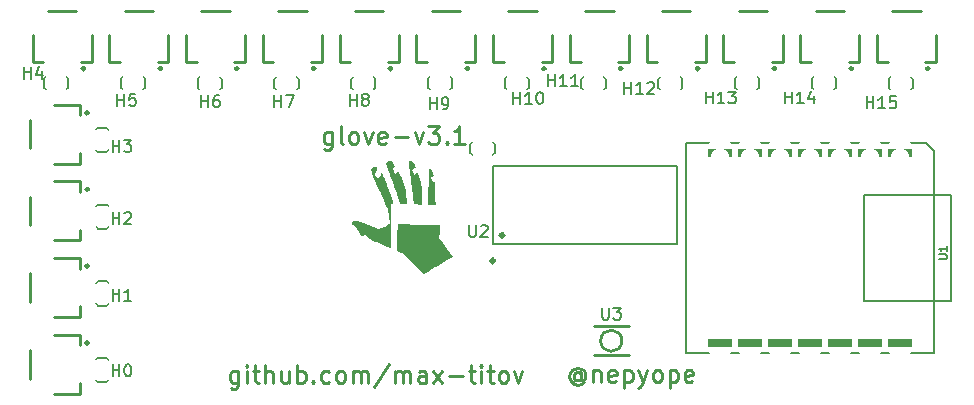
<source format=gbr>
%TF.GenerationSoftware,KiCad,Pcbnew,8.0.1*%
%TF.CreationDate,2025-02-04T00:39:20-05:00*%
%TF.ProjectId,glove-v3-right,676c6f76-652d-4763-932d-72696768742e,rev?*%
%TF.SameCoordinates,Original*%
%TF.FileFunction,Legend,Top*%
%TF.FilePolarity,Positive*%
%FSLAX46Y46*%
G04 Gerber Fmt 4.6, Leading zero omitted, Abs format (unit mm)*
G04 Created by KiCad (PCBNEW 8.0.1) date 2025-02-04 00:39:20*
%MOMM*%
%LPD*%
G01*
G04 APERTURE LIST*
G04 Aperture macros list*
%AMRoundRect*
0 Rectangle with rounded corners*
0 $1 Rounding radius*
0 $2 $3 $4 $5 $6 $7 $8 $9 X,Y pos of 4 corners*
0 Add a 4 corners polygon primitive as box body*
4,1,4,$2,$3,$4,$5,$6,$7,$8,$9,$2,$3,0*
0 Add four circle primitives for the rounded corners*
1,1,$1+$1,$2,$3*
1,1,$1+$1,$4,$5*
1,1,$1+$1,$6,$7*
1,1,$1+$1,$8,$9*
0 Add four rect primitives between the rounded corners*
20,1,$1+$1,$2,$3,$4,$5,0*
20,1,$1+$1,$4,$5,$6,$7,0*
20,1,$1+$1,$6,$7,$8,$9,0*
20,1,$1+$1,$8,$9,$2,$3,0*%
G04 Aperture macros list end*
%ADD10C,0.250000*%
%ADD11C,0.150000*%
%ADD12C,0.127000*%
%ADD13C,0.300000*%
%ADD14C,0.000000*%
%ADD15R,0.600000X0.600000*%
%ADD16R,0.600000X1.550000*%
%ADD17R,1.500000X2.000000*%
%ADD18C,3.800000*%
%ADD19R,1.550000X0.600000*%
%ADD20R,2.000000X1.500000*%
%ADD21R,1.000000X1.800000*%
%ADD22RoundRect,1.000000X-0.000010X0.375000X-0.000010X-0.375000X0.000010X-0.375000X0.000010X0.375000X0*%
%ADD23C,1.524000*%
%ADD24O,0.570000X2.390000*%
G04 APERTURE END LIST*
D10*
X149150187Y-56489142D02*
X149078758Y-56417714D01*
X149078758Y-56417714D02*
X148935901Y-56346285D01*
X148935901Y-56346285D02*
X148793044Y-56346285D01*
X148793044Y-56346285D02*
X148650187Y-56417714D01*
X148650187Y-56417714D02*
X148578758Y-56489142D01*
X148578758Y-56489142D02*
X148507330Y-56632000D01*
X148507330Y-56632000D02*
X148507330Y-56774857D01*
X148507330Y-56774857D02*
X148578758Y-56917714D01*
X148578758Y-56917714D02*
X148650187Y-56989142D01*
X148650187Y-56989142D02*
X148793044Y-57060571D01*
X148793044Y-57060571D02*
X148935901Y-57060571D01*
X148935901Y-57060571D02*
X149078758Y-56989142D01*
X149078758Y-56989142D02*
X149150187Y-56917714D01*
X149150187Y-56346285D02*
X149150187Y-56917714D01*
X149150187Y-56917714D02*
X149221615Y-56989142D01*
X149221615Y-56989142D02*
X149293044Y-56989142D01*
X149293044Y-56989142D02*
X149435901Y-56917714D01*
X149435901Y-56917714D02*
X149507330Y-56774857D01*
X149507330Y-56774857D02*
X149507330Y-56417714D01*
X149507330Y-56417714D02*
X149364473Y-56203428D01*
X149364473Y-56203428D02*
X149150187Y-56060571D01*
X149150187Y-56060571D02*
X148864473Y-55989142D01*
X148864473Y-55989142D02*
X148578758Y-56060571D01*
X148578758Y-56060571D02*
X148364473Y-56203428D01*
X148364473Y-56203428D02*
X148221615Y-56417714D01*
X148221615Y-56417714D02*
X148150187Y-56703428D01*
X148150187Y-56703428D02*
X148221615Y-56989142D01*
X148221615Y-56989142D02*
X148364473Y-57203428D01*
X148364473Y-57203428D02*
X148578758Y-57346285D01*
X148578758Y-57346285D02*
X148864473Y-57417714D01*
X148864473Y-57417714D02*
X149150187Y-57346285D01*
X149150187Y-57346285D02*
X149364473Y-57203428D01*
X150150186Y-56203428D02*
X150150186Y-57203428D01*
X150150186Y-56346285D02*
X150221615Y-56274857D01*
X150221615Y-56274857D02*
X150364472Y-56203428D01*
X150364472Y-56203428D02*
X150578758Y-56203428D01*
X150578758Y-56203428D02*
X150721615Y-56274857D01*
X150721615Y-56274857D02*
X150793044Y-56417714D01*
X150793044Y-56417714D02*
X150793044Y-57203428D01*
X152078758Y-57132000D02*
X151935901Y-57203428D01*
X151935901Y-57203428D02*
X151650187Y-57203428D01*
X151650187Y-57203428D02*
X151507329Y-57132000D01*
X151507329Y-57132000D02*
X151435901Y-56989142D01*
X151435901Y-56989142D02*
X151435901Y-56417714D01*
X151435901Y-56417714D02*
X151507329Y-56274857D01*
X151507329Y-56274857D02*
X151650187Y-56203428D01*
X151650187Y-56203428D02*
X151935901Y-56203428D01*
X151935901Y-56203428D02*
X152078758Y-56274857D01*
X152078758Y-56274857D02*
X152150187Y-56417714D01*
X152150187Y-56417714D02*
X152150187Y-56560571D01*
X152150187Y-56560571D02*
X151435901Y-56703428D01*
X152793043Y-56203428D02*
X152793043Y-57703428D01*
X152793043Y-56274857D02*
X152935901Y-56203428D01*
X152935901Y-56203428D02*
X153221615Y-56203428D01*
X153221615Y-56203428D02*
X153364472Y-56274857D01*
X153364472Y-56274857D02*
X153435901Y-56346285D01*
X153435901Y-56346285D02*
X153507329Y-56489142D01*
X153507329Y-56489142D02*
X153507329Y-56917714D01*
X153507329Y-56917714D02*
X153435901Y-57060571D01*
X153435901Y-57060571D02*
X153364472Y-57132000D01*
X153364472Y-57132000D02*
X153221615Y-57203428D01*
X153221615Y-57203428D02*
X152935901Y-57203428D01*
X152935901Y-57203428D02*
X152793043Y-57132000D01*
X154007329Y-56203428D02*
X154364472Y-57203428D01*
X154721615Y-56203428D02*
X154364472Y-57203428D01*
X154364472Y-57203428D02*
X154221615Y-57560571D01*
X154221615Y-57560571D02*
X154150186Y-57632000D01*
X154150186Y-57632000D02*
X154007329Y-57703428D01*
X155507329Y-57203428D02*
X155364472Y-57132000D01*
X155364472Y-57132000D02*
X155293043Y-57060571D01*
X155293043Y-57060571D02*
X155221615Y-56917714D01*
X155221615Y-56917714D02*
X155221615Y-56489142D01*
X155221615Y-56489142D02*
X155293043Y-56346285D01*
X155293043Y-56346285D02*
X155364472Y-56274857D01*
X155364472Y-56274857D02*
X155507329Y-56203428D01*
X155507329Y-56203428D02*
X155721615Y-56203428D01*
X155721615Y-56203428D02*
X155864472Y-56274857D01*
X155864472Y-56274857D02*
X155935901Y-56346285D01*
X155935901Y-56346285D02*
X156007329Y-56489142D01*
X156007329Y-56489142D02*
X156007329Y-56917714D01*
X156007329Y-56917714D02*
X155935901Y-57060571D01*
X155935901Y-57060571D02*
X155864472Y-57132000D01*
X155864472Y-57132000D02*
X155721615Y-57203428D01*
X155721615Y-57203428D02*
X155507329Y-57203428D01*
X156650186Y-56203428D02*
X156650186Y-57703428D01*
X156650186Y-56274857D02*
X156793044Y-56203428D01*
X156793044Y-56203428D02*
X157078758Y-56203428D01*
X157078758Y-56203428D02*
X157221615Y-56274857D01*
X157221615Y-56274857D02*
X157293044Y-56346285D01*
X157293044Y-56346285D02*
X157364472Y-56489142D01*
X157364472Y-56489142D02*
X157364472Y-56917714D01*
X157364472Y-56917714D02*
X157293044Y-57060571D01*
X157293044Y-57060571D02*
X157221615Y-57132000D01*
X157221615Y-57132000D02*
X157078758Y-57203428D01*
X157078758Y-57203428D02*
X156793044Y-57203428D01*
X156793044Y-57203428D02*
X156650186Y-57132000D01*
X158578758Y-57132000D02*
X158435901Y-57203428D01*
X158435901Y-57203428D02*
X158150187Y-57203428D01*
X158150187Y-57203428D02*
X158007329Y-57132000D01*
X158007329Y-57132000D02*
X157935901Y-56989142D01*
X157935901Y-56989142D02*
X157935901Y-56417714D01*
X157935901Y-56417714D02*
X158007329Y-56274857D01*
X158007329Y-56274857D02*
X158150187Y-56203428D01*
X158150187Y-56203428D02*
X158435901Y-56203428D01*
X158435901Y-56203428D02*
X158578758Y-56274857D01*
X158578758Y-56274857D02*
X158650187Y-56417714D01*
X158650187Y-56417714D02*
X158650187Y-56560571D01*
X158650187Y-56560571D02*
X157935901Y-56703428D01*
X120114473Y-56253428D02*
X120114473Y-57467714D01*
X120114473Y-57467714D02*
X120043044Y-57610571D01*
X120043044Y-57610571D02*
X119971615Y-57682000D01*
X119971615Y-57682000D02*
X119828758Y-57753428D01*
X119828758Y-57753428D02*
X119614473Y-57753428D01*
X119614473Y-57753428D02*
X119471615Y-57682000D01*
X120114473Y-57182000D02*
X119971615Y-57253428D01*
X119971615Y-57253428D02*
X119685901Y-57253428D01*
X119685901Y-57253428D02*
X119543044Y-57182000D01*
X119543044Y-57182000D02*
X119471615Y-57110571D01*
X119471615Y-57110571D02*
X119400187Y-56967714D01*
X119400187Y-56967714D02*
X119400187Y-56539142D01*
X119400187Y-56539142D02*
X119471615Y-56396285D01*
X119471615Y-56396285D02*
X119543044Y-56324857D01*
X119543044Y-56324857D02*
X119685901Y-56253428D01*
X119685901Y-56253428D02*
X119971615Y-56253428D01*
X119971615Y-56253428D02*
X120114473Y-56324857D01*
X120828758Y-57253428D02*
X120828758Y-56253428D01*
X120828758Y-55753428D02*
X120757330Y-55824857D01*
X120757330Y-55824857D02*
X120828758Y-55896285D01*
X120828758Y-55896285D02*
X120900187Y-55824857D01*
X120900187Y-55824857D02*
X120828758Y-55753428D01*
X120828758Y-55753428D02*
X120828758Y-55896285D01*
X121328759Y-56253428D02*
X121900187Y-56253428D01*
X121543044Y-55753428D02*
X121543044Y-57039142D01*
X121543044Y-57039142D02*
X121614473Y-57182000D01*
X121614473Y-57182000D02*
X121757330Y-57253428D01*
X121757330Y-57253428D02*
X121900187Y-57253428D01*
X122400187Y-57253428D02*
X122400187Y-55753428D01*
X123043045Y-57253428D02*
X123043045Y-56467714D01*
X123043045Y-56467714D02*
X122971616Y-56324857D01*
X122971616Y-56324857D02*
X122828759Y-56253428D01*
X122828759Y-56253428D02*
X122614473Y-56253428D01*
X122614473Y-56253428D02*
X122471616Y-56324857D01*
X122471616Y-56324857D02*
X122400187Y-56396285D01*
X124400188Y-56253428D02*
X124400188Y-57253428D01*
X123757330Y-56253428D02*
X123757330Y-57039142D01*
X123757330Y-57039142D02*
X123828759Y-57182000D01*
X123828759Y-57182000D02*
X123971616Y-57253428D01*
X123971616Y-57253428D02*
X124185902Y-57253428D01*
X124185902Y-57253428D02*
X124328759Y-57182000D01*
X124328759Y-57182000D02*
X124400188Y-57110571D01*
X125114473Y-57253428D02*
X125114473Y-55753428D01*
X125114473Y-56324857D02*
X125257331Y-56253428D01*
X125257331Y-56253428D02*
X125543045Y-56253428D01*
X125543045Y-56253428D02*
X125685902Y-56324857D01*
X125685902Y-56324857D02*
X125757331Y-56396285D01*
X125757331Y-56396285D02*
X125828759Y-56539142D01*
X125828759Y-56539142D02*
X125828759Y-56967714D01*
X125828759Y-56967714D02*
X125757331Y-57110571D01*
X125757331Y-57110571D02*
X125685902Y-57182000D01*
X125685902Y-57182000D02*
X125543045Y-57253428D01*
X125543045Y-57253428D02*
X125257331Y-57253428D01*
X125257331Y-57253428D02*
X125114473Y-57182000D01*
X126471616Y-57110571D02*
X126543045Y-57182000D01*
X126543045Y-57182000D02*
X126471616Y-57253428D01*
X126471616Y-57253428D02*
X126400188Y-57182000D01*
X126400188Y-57182000D02*
X126471616Y-57110571D01*
X126471616Y-57110571D02*
X126471616Y-57253428D01*
X127828760Y-57182000D02*
X127685902Y-57253428D01*
X127685902Y-57253428D02*
X127400188Y-57253428D01*
X127400188Y-57253428D02*
X127257331Y-57182000D01*
X127257331Y-57182000D02*
X127185902Y-57110571D01*
X127185902Y-57110571D02*
X127114474Y-56967714D01*
X127114474Y-56967714D02*
X127114474Y-56539142D01*
X127114474Y-56539142D02*
X127185902Y-56396285D01*
X127185902Y-56396285D02*
X127257331Y-56324857D01*
X127257331Y-56324857D02*
X127400188Y-56253428D01*
X127400188Y-56253428D02*
X127685902Y-56253428D01*
X127685902Y-56253428D02*
X127828760Y-56324857D01*
X128685902Y-57253428D02*
X128543045Y-57182000D01*
X128543045Y-57182000D02*
X128471616Y-57110571D01*
X128471616Y-57110571D02*
X128400188Y-56967714D01*
X128400188Y-56967714D02*
X128400188Y-56539142D01*
X128400188Y-56539142D02*
X128471616Y-56396285D01*
X128471616Y-56396285D02*
X128543045Y-56324857D01*
X128543045Y-56324857D02*
X128685902Y-56253428D01*
X128685902Y-56253428D02*
X128900188Y-56253428D01*
X128900188Y-56253428D02*
X129043045Y-56324857D01*
X129043045Y-56324857D02*
X129114474Y-56396285D01*
X129114474Y-56396285D02*
X129185902Y-56539142D01*
X129185902Y-56539142D02*
X129185902Y-56967714D01*
X129185902Y-56967714D02*
X129114474Y-57110571D01*
X129114474Y-57110571D02*
X129043045Y-57182000D01*
X129043045Y-57182000D02*
X128900188Y-57253428D01*
X128900188Y-57253428D02*
X128685902Y-57253428D01*
X129828759Y-57253428D02*
X129828759Y-56253428D01*
X129828759Y-56396285D02*
X129900188Y-56324857D01*
X129900188Y-56324857D02*
X130043045Y-56253428D01*
X130043045Y-56253428D02*
X130257331Y-56253428D01*
X130257331Y-56253428D02*
X130400188Y-56324857D01*
X130400188Y-56324857D02*
X130471617Y-56467714D01*
X130471617Y-56467714D02*
X130471617Y-57253428D01*
X130471617Y-56467714D02*
X130543045Y-56324857D01*
X130543045Y-56324857D02*
X130685902Y-56253428D01*
X130685902Y-56253428D02*
X130900188Y-56253428D01*
X130900188Y-56253428D02*
X131043045Y-56324857D01*
X131043045Y-56324857D02*
X131114474Y-56467714D01*
X131114474Y-56467714D02*
X131114474Y-57253428D01*
X132900188Y-55682000D02*
X131614474Y-57610571D01*
X133400188Y-57253428D02*
X133400188Y-56253428D01*
X133400188Y-56396285D02*
X133471617Y-56324857D01*
X133471617Y-56324857D02*
X133614474Y-56253428D01*
X133614474Y-56253428D02*
X133828760Y-56253428D01*
X133828760Y-56253428D02*
X133971617Y-56324857D01*
X133971617Y-56324857D02*
X134043046Y-56467714D01*
X134043046Y-56467714D02*
X134043046Y-57253428D01*
X134043046Y-56467714D02*
X134114474Y-56324857D01*
X134114474Y-56324857D02*
X134257331Y-56253428D01*
X134257331Y-56253428D02*
X134471617Y-56253428D01*
X134471617Y-56253428D02*
X134614474Y-56324857D01*
X134614474Y-56324857D02*
X134685903Y-56467714D01*
X134685903Y-56467714D02*
X134685903Y-57253428D01*
X136043046Y-57253428D02*
X136043046Y-56467714D01*
X136043046Y-56467714D02*
X135971617Y-56324857D01*
X135971617Y-56324857D02*
X135828760Y-56253428D01*
X135828760Y-56253428D02*
X135543046Y-56253428D01*
X135543046Y-56253428D02*
X135400188Y-56324857D01*
X136043046Y-57182000D02*
X135900188Y-57253428D01*
X135900188Y-57253428D02*
X135543046Y-57253428D01*
X135543046Y-57253428D02*
X135400188Y-57182000D01*
X135400188Y-57182000D02*
X135328760Y-57039142D01*
X135328760Y-57039142D02*
X135328760Y-56896285D01*
X135328760Y-56896285D02*
X135400188Y-56753428D01*
X135400188Y-56753428D02*
X135543046Y-56682000D01*
X135543046Y-56682000D02*
X135900188Y-56682000D01*
X135900188Y-56682000D02*
X136043046Y-56610571D01*
X136614474Y-57253428D02*
X137400189Y-56253428D01*
X136614474Y-56253428D02*
X137400189Y-57253428D01*
X137971617Y-56682000D02*
X139114475Y-56682000D01*
X139614475Y-56253428D02*
X140185903Y-56253428D01*
X139828760Y-55753428D02*
X139828760Y-57039142D01*
X139828760Y-57039142D02*
X139900189Y-57182000D01*
X139900189Y-57182000D02*
X140043046Y-57253428D01*
X140043046Y-57253428D02*
X140185903Y-57253428D01*
X140685903Y-57253428D02*
X140685903Y-56253428D01*
X140685903Y-55753428D02*
X140614475Y-55824857D01*
X140614475Y-55824857D02*
X140685903Y-55896285D01*
X140685903Y-55896285D02*
X140757332Y-55824857D01*
X140757332Y-55824857D02*
X140685903Y-55753428D01*
X140685903Y-55753428D02*
X140685903Y-55896285D01*
X141185904Y-56253428D02*
X141757332Y-56253428D01*
X141400189Y-55753428D02*
X141400189Y-57039142D01*
X141400189Y-57039142D02*
X141471618Y-57182000D01*
X141471618Y-57182000D02*
X141614475Y-57253428D01*
X141614475Y-57253428D02*
X141757332Y-57253428D01*
X142471618Y-57253428D02*
X142328761Y-57182000D01*
X142328761Y-57182000D02*
X142257332Y-57110571D01*
X142257332Y-57110571D02*
X142185904Y-56967714D01*
X142185904Y-56967714D02*
X142185904Y-56539142D01*
X142185904Y-56539142D02*
X142257332Y-56396285D01*
X142257332Y-56396285D02*
X142328761Y-56324857D01*
X142328761Y-56324857D02*
X142471618Y-56253428D01*
X142471618Y-56253428D02*
X142685904Y-56253428D01*
X142685904Y-56253428D02*
X142828761Y-56324857D01*
X142828761Y-56324857D02*
X142900190Y-56396285D01*
X142900190Y-56396285D02*
X142971618Y-56539142D01*
X142971618Y-56539142D02*
X142971618Y-56967714D01*
X142971618Y-56967714D02*
X142900190Y-57110571D01*
X142900190Y-57110571D02*
X142828761Y-57182000D01*
X142828761Y-57182000D02*
X142685904Y-57253428D01*
X142685904Y-57253428D02*
X142471618Y-57253428D01*
X143471618Y-56253428D02*
X143828761Y-57253428D01*
X143828761Y-57253428D02*
X144185904Y-56253428D01*
X128064473Y-36053428D02*
X128064473Y-37267714D01*
X128064473Y-37267714D02*
X127993044Y-37410571D01*
X127993044Y-37410571D02*
X127921615Y-37482000D01*
X127921615Y-37482000D02*
X127778758Y-37553428D01*
X127778758Y-37553428D02*
X127564473Y-37553428D01*
X127564473Y-37553428D02*
X127421615Y-37482000D01*
X128064473Y-36982000D02*
X127921615Y-37053428D01*
X127921615Y-37053428D02*
X127635901Y-37053428D01*
X127635901Y-37053428D02*
X127493044Y-36982000D01*
X127493044Y-36982000D02*
X127421615Y-36910571D01*
X127421615Y-36910571D02*
X127350187Y-36767714D01*
X127350187Y-36767714D02*
X127350187Y-36339142D01*
X127350187Y-36339142D02*
X127421615Y-36196285D01*
X127421615Y-36196285D02*
X127493044Y-36124857D01*
X127493044Y-36124857D02*
X127635901Y-36053428D01*
X127635901Y-36053428D02*
X127921615Y-36053428D01*
X127921615Y-36053428D02*
X128064473Y-36124857D01*
X128993044Y-37053428D02*
X128850187Y-36982000D01*
X128850187Y-36982000D02*
X128778758Y-36839142D01*
X128778758Y-36839142D02*
X128778758Y-35553428D01*
X129778758Y-37053428D02*
X129635901Y-36982000D01*
X129635901Y-36982000D02*
X129564472Y-36910571D01*
X129564472Y-36910571D02*
X129493044Y-36767714D01*
X129493044Y-36767714D02*
X129493044Y-36339142D01*
X129493044Y-36339142D02*
X129564472Y-36196285D01*
X129564472Y-36196285D02*
X129635901Y-36124857D01*
X129635901Y-36124857D02*
X129778758Y-36053428D01*
X129778758Y-36053428D02*
X129993044Y-36053428D01*
X129993044Y-36053428D02*
X130135901Y-36124857D01*
X130135901Y-36124857D02*
X130207330Y-36196285D01*
X130207330Y-36196285D02*
X130278758Y-36339142D01*
X130278758Y-36339142D02*
X130278758Y-36767714D01*
X130278758Y-36767714D02*
X130207330Y-36910571D01*
X130207330Y-36910571D02*
X130135901Y-36982000D01*
X130135901Y-36982000D02*
X129993044Y-37053428D01*
X129993044Y-37053428D02*
X129778758Y-37053428D01*
X130778758Y-36053428D02*
X131135901Y-37053428D01*
X131135901Y-37053428D02*
X131493044Y-36053428D01*
X132635901Y-36982000D02*
X132493044Y-37053428D01*
X132493044Y-37053428D02*
X132207330Y-37053428D01*
X132207330Y-37053428D02*
X132064472Y-36982000D01*
X132064472Y-36982000D02*
X131993044Y-36839142D01*
X131993044Y-36839142D02*
X131993044Y-36267714D01*
X131993044Y-36267714D02*
X132064472Y-36124857D01*
X132064472Y-36124857D02*
X132207330Y-36053428D01*
X132207330Y-36053428D02*
X132493044Y-36053428D01*
X132493044Y-36053428D02*
X132635901Y-36124857D01*
X132635901Y-36124857D02*
X132707330Y-36267714D01*
X132707330Y-36267714D02*
X132707330Y-36410571D01*
X132707330Y-36410571D02*
X131993044Y-36553428D01*
X133350186Y-36482000D02*
X134493044Y-36482000D01*
X135064472Y-36053428D02*
X135421615Y-37053428D01*
X135421615Y-37053428D02*
X135778758Y-36053428D01*
X136207329Y-35553428D02*
X137135901Y-35553428D01*
X137135901Y-35553428D02*
X136635901Y-36124857D01*
X136635901Y-36124857D02*
X136850186Y-36124857D01*
X136850186Y-36124857D02*
X136993044Y-36196285D01*
X136993044Y-36196285D02*
X137064472Y-36267714D01*
X137064472Y-36267714D02*
X137135901Y-36410571D01*
X137135901Y-36410571D02*
X137135901Y-36767714D01*
X137135901Y-36767714D02*
X137064472Y-36910571D01*
X137064472Y-36910571D02*
X136993044Y-36982000D01*
X136993044Y-36982000D02*
X136850186Y-37053428D01*
X136850186Y-37053428D02*
X136421615Y-37053428D01*
X136421615Y-37053428D02*
X136278758Y-36982000D01*
X136278758Y-36982000D02*
X136207329Y-36910571D01*
X137778757Y-36910571D02*
X137850186Y-36982000D01*
X137850186Y-36982000D02*
X137778757Y-37053428D01*
X137778757Y-37053428D02*
X137707329Y-36982000D01*
X137707329Y-36982000D02*
X137778757Y-36910571D01*
X137778757Y-36910571D02*
X137778757Y-37053428D01*
X139278758Y-37053428D02*
X138421615Y-37053428D01*
X138850186Y-37053428D02*
X138850186Y-35553428D01*
X138850186Y-35553428D02*
X138707329Y-35767714D01*
X138707329Y-35767714D02*
X138564472Y-35910571D01*
X138564472Y-35910571D02*
X138421615Y-35982000D01*
D11*
X159711905Y-33604819D02*
X159711905Y-32604819D01*
X159711905Y-33081009D02*
X160283333Y-33081009D01*
X160283333Y-33604819D02*
X160283333Y-32604819D01*
X161283333Y-33604819D02*
X160711905Y-33604819D01*
X160997619Y-33604819D02*
X160997619Y-32604819D01*
X160997619Y-32604819D02*
X160902381Y-32747676D01*
X160902381Y-32747676D02*
X160807143Y-32842914D01*
X160807143Y-32842914D02*
X160711905Y-32890533D01*
X161616667Y-32604819D02*
X162235714Y-32604819D01*
X162235714Y-32604819D02*
X161902381Y-32985771D01*
X161902381Y-32985771D02*
X162045238Y-32985771D01*
X162045238Y-32985771D02*
X162140476Y-33033390D01*
X162140476Y-33033390D02*
X162188095Y-33081009D01*
X162188095Y-33081009D02*
X162235714Y-33176247D01*
X162235714Y-33176247D02*
X162235714Y-33414342D01*
X162235714Y-33414342D02*
X162188095Y-33509580D01*
X162188095Y-33509580D02*
X162140476Y-33557200D01*
X162140476Y-33557200D02*
X162045238Y-33604819D01*
X162045238Y-33604819D02*
X161759524Y-33604819D01*
X161759524Y-33604819D02*
X161664286Y-33557200D01*
X161664286Y-33557200D02*
X161616667Y-33509580D01*
X136338095Y-34104819D02*
X136338095Y-33104819D01*
X136338095Y-33581009D02*
X136909523Y-33581009D01*
X136909523Y-34104819D02*
X136909523Y-33104819D01*
X137433333Y-34104819D02*
X137623809Y-34104819D01*
X137623809Y-34104819D02*
X137719047Y-34057200D01*
X137719047Y-34057200D02*
X137766666Y-34009580D01*
X137766666Y-34009580D02*
X137861904Y-33866723D01*
X137861904Y-33866723D02*
X137909523Y-33676247D01*
X137909523Y-33676247D02*
X137909523Y-33295295D01*
X137909523Y-33295295D02*
X137861904Y-33200057D01*
X137861904Y-33200057D02*
X137814285Y-33152438D01*
X137814285Y-33152438D02*
X137719047Y-33104819D01*
X137719047Y-33104819D02*
X137528571Y-33104819D01*
X137528571Y-33104819D02*
X137433333Y-33152438D01*
X137433333Y-33152438D02*
X137385714Y-33200057D01*
X137385714Y-33200057D02*
X137338095Y-33295295D01*
X137338095Y-33295295D02*
X137338095Y-33533390D01*
X137338095Y-33533390D02*
X137385714Y-33628628D01*
X137385714Y-33628628D02*
X137433333Y-33676247D01*
X137433333Y-33676247D02*
X137528571Y-33723866D01*
X137528571Y-33723866D02*
X137719047Y-33723866D01*
X137719047Y-33723866D02*
X137814285Y-33676247D01*
X137814285Y-33676247D02*
X137861904Y-33628628D01*
X137861904Y-33628628D02*
X137909523Y-33533390D01*
X166411905Y-33604819D02*
X166411905Y-32604819D01*
X166411905Y-33081009D02*
X166983333Y-33081009D01*
X166983333Y-33604819D02*
X166983333Y-32604819D01*
X167983333Y-33604819D02*
X167411905Y-33604819D01*
X167697619Y-33604819D02*
X167697619Y-32604819D01*
X167697619Y-32604819D02*
X167602381Y-32747676D01*
X167602381Y-32747676D02*
X167507143Y-32842914D01*
X167507143Y-32842914D02*
X167411905Y-32890533D01*
X168840476Y-32938152D02*
X168840476Y-33604819D01*
X168602381Y-32557200D02*
X168364286Y-33271485D01*
X168364286Y-33271485D02*
X168983333Y-33271485D01*
X109488095Y-43804819D02*
X109488095Y-42804819D01*
X109488095Y-43281009D02*
X110059523Y-43281009D01*
X110059523Y-43804819D02*
X110059523Y-42804819D01*
X110488095Y-42900057D02*
X110535714Y-42852438D01*
X110535714Y-42852438D02*
X110630952Y-42804819D01*
X110630952Y-42804819D02*
X110869047Y-42804819D01*
X110869047Y-42804819D02*
X110964285Y-42852438D01*
X110964285Y-42852438D02*
X111011904Y-42900057D01*
X111011904Y-42900057D02*
X111059523Y-42995295D01*
X111059523Y-42995295D02*
X111059523Y-43090533D01*
X111059523Y-43090533D02*
X111011904Y-43233390D01*
X111011904Y-43233390D02*
X110440476Y-43804819D01*
X110440476Y-43804819D02*
X111059523Y-43804819D01*
X109488095Y-37704819D02*
X109488095Y-36704819D01*
X109488095Y-37181009D02*
X110059523Y-37181009D01*
X110059523Y-37704819D02*
X110059523Y-36704819D01*
X110440476Y-36704819D02*
X111059523Y-36704819D01*
X111059523Y-36704819D02*
X110726190Y-37085771D01*
X110726190Y-37085771D02*
X110869047Y-37085771D01*
X110869047Y-37085771D02*
X110964285Y-37133390D01*
X110964285Y-37133390D02*
X111011904Y-37181009D01*
X111011904Y-37181009D02*
X111059523Y-37276247D01*
X111059523Y-37276247D02*
X111059523Y-37514342D01*
X111059523Y-37514342D02*
X111011904Y-37609580D01*
X111011904Y-37609580D02*
X110964285Y-37657200D01*
X110964285Y-37657200D02*
X110869047Y-37704819D01*
X110869047Y-37704819D02*
X110583333Y-37704819D01*
X110583333Y-37704819D02*
X110488095Y-37657200D01*
X110488095Y-37657200D02*
X110440476Y-37609580D01*
X150938095Y-50904819D02*
X150938095Y-51714342D01*
X150938095Y-51714342D02*
X150985714Y-51809580D01*
X150985714Y-51809580D02*
X151033333Y-51857200D01*
X151033333Y-51857200D02*
X151128571Y-51904819D01*
X151128571Y-51904819D02*
X151319047Y-51904819D01*
X151319047Y-51904819D02*
X151414285Y-51857200D01*
X151414285Y-51857200D02*
X151461904Y-51809580D01*
X151461904Y-51809580D02*
X151509523Y-51714342D01*
X151509523Y-51714342D02*
X151509523Y-50904819D01*
X151890476Y-50904819D02*
X152509523Y-50904819D01*
X152509523Y-50904819D02*
X152176190Y-51285771D01*
X152176190Y-51285771D02*
X152319047Y-51285771D01*
X152319047Y-51285771D02*
X152414285Y-51333390D01*
X152414285Y-51333390D02*
X152461904Y-51381009D01*
X152461904Y-51381009D02*
X152509523Y-51476247D01*
X152509523Y-51476247D02*
X152509523Y-51714342D01*
X152509523Y-51714342D02*
X152461904Y-51809580D01*
X152461904Y-51809580D02*
X152414285Y-51857200D01*
X152414285Y-51857200D02*
X152319047Y-51904819D01*
X152319047Y-51904819D02*
X152033333Y-51904819D01*
X152033333Y-51904819D02*
X151938095Y-51857200D01*
X151938095Y-51857200D02*
X151890476Y-51809580D01*
X143411905Y-33654819D02*
X143411905Y-32654819D01*
X143411905Y-33131009D02*
X143983333Y-33131009D01*
X143983333Y-33654819D02*
X143983333Y-32654819D01*
X144983333Y-33654819D02*
X144411905Y-33654819D01*
X144697619Y-33654819D02*
X144697619Y-32654819D01*
X144697619Y-32654819D02*
X144602381Y-32797676D01*
X144602381Y-32797676D02*
X144507143Y-32892914D01*
X144507143Y-32892914D02*
X144411905Y-32940533D01*
X145602381Y-32654819D02*
X145697619Y-32654819D01*
X145697619Y-32654819D02*
X145792857Y-32702438D01*
X145792857Y-32702438D02*
X145840476Y-32750057D01*
X145840476Y-32750057D02*
X145888095Y-32845295D01*
X145888095Y-32845295D02*
X145935714Y-33035771D01*
X145935714Y-33035771D02*
X145935714Y-33273866D01*
X145935714Y-33273866D02*
X145888095Y-33464342D01*
X145888095Y-33464342D02*
X145840476Y-33559580D01*
X145840476Y-33559580D02*
X145792857Y-33607200D01*
X145792857Y-33607200D02*
X145697619Y-33654819D01*
X145697619Y-33654819D02*
X145602381Y-33654819D01*
X145602381Y-33654819D02*
X145507143Y-33607200D01*
X145507143Y-33607200D02*
X145459524Y-33559580D01*
X145459524Y-33559580D02*
X145411905Y-33464342D01*
X145411905Y-33464342D02*
X145364286Y-33273866D01*
X145364286Y-33273866D02*
X145364286Y-33035771D01*
X145364286Y-33035771D02*
X145411905Y-32845295D01*
X145411905Y-32845295D02*
X145459524Y-32750057D01*
X145459524Y-32750057D02*
X145507143Y-32702438D01*
X145507143Y-32702438D02*
X145602381Y-32654819D01*
X152811905Y-32804819D02*
X152811905Y-31804819D01*
X152811905Y-32281009D02*
X153383333Y-32281009D01*
X153383333Y-32804819D02*
X153383333Y-31804819D01*
X154383333Y-32804819D02*
X153811905Y-32804819D01*
X154097619Y-32804819D02*
X154097619Y-31804819D01*
X154097619Y-31804819D02*
X154002381Y-31947676D01*
X154002381Y-31947676D02*
X153907143Y-32042914D01*
X153907143Y-32042914D02*
X153811905Y-32090533D01*
X154764286Y-31900057D02*
X154811905Y-31852438D01*
X154811905Y-31852438D02*
X154907143Y-31804819D01*
X154907143Y-31804819D02*
X155145238Y-31804819D01*
X155145238Y-31804819D02*
X155240476Y-31852438D01*
X155240476Y-31852438D02*
X155288095Y-31900057D01*
X155288095Y-31900057D02*
X155335714Y-31995295D01*
X155335714Y-31995295D02*
X155335714Y-32090533D01*
X155335714Y-32090533D02*
X155288095Y-32233390D01*
X155288095Y-32233390D02*
X154716667Y-32804819D01*
X154716667Y-32804819D02*
X155335714Y-32804819D01*
X109488095Y-50304819D02*
X109488095Y-49304819D01*
X109488095Y-49781009D02*
X110059523Y-49781009D01*
X110059523Y-50304819D02*
X110059523Y-49304819D01*
X111059523Y-50304819D02*
X110488095Y-50304819D01*
X110773809Y-50304819D02*
X110773809Y-49304819D01*
X110773809Y-49304819D02*
X110678571Y-49447676D01*
X110678571Y-49447676D02*
X110583333Y-49542914D01*
X110583333Y-49542914D02*
X110488095Y-49590533D01*
X179410933Y-46798633D02*
X179977600Y-46798633D01*
X179977600Y-46798633D02*
X180044266Y-46765300D01*
X180044266Y-46765300D02*
X180077600Y-46731966D01*
X180077600Y-46731966D02*
X180110933Y-46665300D01*
X180110933Y-46665300D02*
X180110933Y-46531966D01*
X180110933Y-46531966D02*
X180077600Y-46465300D01*
X180077600Y-46465300D02*
X180044266Y-46431966D01*
X180044266Y-46431966D02*
X179977600Y-46398633D01*
X179977600Y-46398633D02*
X179410933Y-46398633D01*
X180110933Y-45698633D02*
X180110933Y-46098633D01*
X180110933Y-45898633D02*
X179410933Y-45898633D01*
X179410933Y-45898633D02*
X179510933Y-45965300D01*
X179510933Y-45965300D02*
X179577600Y-46031967D01*
X179577600Y-46031967D02*
X179610933Y-46098633D01*
X146361905Y-32154819D02*
X146361905Y-31154819D01*
X146361905Y-31631009D02*
X146933333Y-31631009D01*
X146933333Y-32154819D02*
X146933333Y-31154819D01*
X147933333Y-32154819D02*
X147361905Y-32154819D01*
X147647619Y-32154819D02*
X147647619Y-31154819D01*
X147647619Y-31154819D02*
X147552381Y-31297676D01*
X147552381Y-31297676D02*
X147457143Y-31392914D01*
X147457143Y-31392914D02*
X147361905Y-31440533D01*
X148885714Y-32154819D02*
X148314286Y-32154819D01*
X148600000Y-32154819D02*
X148600000Y-31154819D01*
X148600000Y-31154819D02*
X148504762Y-31297676D01*
X148504762Y-31297676D02*
X148409524Y-31392914D01*
X148409524Y-31392914D02*
X148314286Y-31440533D01*
X139658095Y-43914819D02*
X139658095Y-44724342D01*
X139658095Y-44724342D02*
X139705714Y-44819580D01*
X139705714Y-44819580D02*
X139753333Y-44867200D01*
X139753333Y-44867200D02*
X139848571Y-44914819D01*
X139848571Y-44914819D02*
X140039047Y-44914819D01*
X140039047Y-44914819D02*
X140134285Y-44867200D01*
X140134285Y-44867200D02*
X140181904Y-44819580D01*
X140181904Y-44819580D02*
X140229523Y-44724342D01*
X140229523Y-44724342D02*
X140229523Y-43914819D01*
X140658095Y-44010057D02*
X140705714Y-43962438D01*
X140705714Y-43962438D02*
X140800952Y-43914819D01*
X140800952Y-43914819D02*
X141039047Y-43914819D01*
X141039047Y-43914819D02*
X141134285Y-43962438D01*
X141134285Y-43962438D02*
X141181904Y-44010057D01*
X141181904Y-44010057D02*
X141229523Y-44105295D01*
X141229523Y-44105295D02*
X141229523Y-44200533D01*
X141229523Y-44200533D02*
X141181904Y-44343390D01*
X141181904Y-44343390D02*
X140610476Y-44914819D01*
X140610476Y-44914819D02*
X141229523Y-44914819D01*
X116988095Y-33904819D02*
X116988095Y-32904819D01*
X116988095Y-33381009D02*
X117559523Y-33381009D01*
X117559523Y-33904819D02*
X117559523Y-32904819D01*
X118464285Y-32904819D02*
X118273809Y-32904819D01*
X118273809Y-32904819D02*
X118178571Y-32952438D01*
X118178571Y-32952438D02*
X118130952Y-33000057D01*
X118130952Y-33000057D02*
X118035714Y-33142914D01*
X118035714Y-33142914D02*
X117988095Y-33333390D01*
X117988095Y-33333390D02*
X117988095Y-33714342D01*
X117988095Y-33714342D02*
X118035714Y-33809580D01*
X118035714Y-33809580D02*
X118083333Y-33857200D01*
X118083333Y-33857200D02*
X118178571Y-33904819D01*
X118178571Y-33904819D02*
X118369047Y-33904819D01*
X118369047Y-33904819D02*
X118464285Y-33857200D01*
X118464285Y-33857200D02*
X118511904Y-33809580D01*
X118511904Y-33809580D02*
X118559523Y-33714342D01*
X118559523Y-33714342D02*
X118559523Y-33476247D01*
X118559523Y-33476247D02*
X118511904Y-33381009D01*
X118511904Y-33381009D02*
X118464285Y-33333390D01*
X118464285Y-33333390D02*
X118369047Y-33285771D01*
X118369047Y-33285771D02*
X118178571Y-33285771D01*
X118178571Y-33285771D02*
X118083333Y-33333390D01*
X118083333Y-33333390D02*
X118035714Y-33381009D01*
X118035714Y-33381009D02*
X117988095Y-33476247D01*
X123188095Y-33904819D02*
X123188095Y-32904819D01*
X123188095Y-33381009D02*
X123759523Y-33381009D01*
X123759523Y-33904819D02*
X123759523Y-32904819D01*
X124140476Y-32904819D02*
X124807142Y-32904819D01*
X124807142Y-32904819D02*
X124378571Y-33904819D01*
X109888095Y-33804819D02*
X109888095Y-32804819D01*
X109888095Y-33281009D02*
X110459523Y-33281009D01*
X110459523Y-33804819D02*
X110459523Y-32804819D01*
X111411904Y-32804819D02*
X110935714Y-32804819D01*
X110935714Y-32804819D02*
X110888095Y-33281009D01*
X110888095Y-33281009D02*
X110935714Y-33233390D01*
X110935714Y-33233390D02*
X111030952Y-33185771D01*
X111030952Y-33185771D02*
X111269047Y-33185771D01*
X111269047Y-33185771D02*
X111364285Y-33233390D01*
X111364285Y-33233390D02*
X111411904Y-33281009D01*
X111411904Y-33281009D02*
X111459523Y-33376247D01*
X111459523Y-33376247D02*
X111459523Y-33614342D01*
X111459523Y-33614342D02*
X111411904Y-33709580D01*
X111411904Y-33709580D02*
X111364285Y-33757200D01*
X111364285Y-33757200D02*
X111269047Y-33804819D01*
X111269047Y-33804819D02*
X111030952Y-33804819D01*
X111030952Y-33804819D02*
X110935714Y-33757200D01*
X110935714Y-33757200D02*
X110888095Y-33709580D01*
X101988095Y-31504819D02*
X101988095Y-30504819D01*
X101988095Y-30981009D02*
X102559523Y-30981009D01*
X102559523Y-31504819D02*
X102559523Y-30504819D01*
X103464285Y-30838152D02*
X103464285Y-31504819D01*
X103226190Y-30457200D02*
X102988095Y-31171485D01*
X102988095Y-31171485D02*
X103607142Y-31171485D01*
X109488095Y-56704819D02*
X109488095Y-55704819D01*
X109488095Y-56181009D02*
X110059523Y-56181009D01*
X110059523Y-56704819D02*
X110059523Y-55704819D01*
X110726190Y-55704819D02*
X110821428Y-55704819D01*
X110821428Y-55704819D02*
X110916666Y-55752438D01*
X110916666Y-55752438D02*
X110964285Y-55800057D01*
X110964285Y-55800057D02*
X111011904Y-55895295D01*
X111011904Y-55895295D02*
X111059523Y-56085771D01*
X111059523Y-56085771D02*
X111059523Y-56323866D01*
X111059523Y-56323866D02*
X111011904Y-56514342D01*
X111011904Y-56514342D02*
X110964285Y-56609580D01*
X110964285Y-56609580D02*
X110916666Y-56657200D01*
X110916666Y-56657200D02*
X110821428Y-56704819D01*
X110821428Y-56704819D02*
X110726190Y-56704819D01*
X110726190Y-56704819D02*
X110630952Y-56657200D01*
X110630952Y-56657200D02*
X110583333Y-56609580D01*
X110583333Y-56609580D02*
X110535714Y-56514342D01*
X110535714Y-56514342D02*
X110488095Y-56323866D01*
X110488095Y-56323866D02*
X110488095Y-56085771D01*
X110488095Y-56085771D02*
X110535714Y-55895295D01*
X110535714Y-55895295D02*
X110583333Y-55800057D01*
X110583333Y-55800057D02*
X110630952Y-55752438D01*
X110630952Y-55752438D02*
X110726190Y-55704819D01*
X129588095Y-33804819D02*
X129588095Y-32804819D01*
X129588095Y-33281009D02*
X130159523Y-33281009D01*
X130159523Y-33804819D02*
X130159523Y-32804819D01*
X130778571Y-33233390D02*
X130683333Y-33185771D01*
X130683333Y-33185771D02*
X130635714Y-33138152D01*
X130635714Y-33138152D02*
X130588095Y-33042914D01*
X130588095Y-33042914D02*
X130588095Y-32995295D01*
X130588095Y-32995295D02*
X130635714Y-32900057D01*
X130635714Y-32900057D02*
X130683333Y-32852438D01*
X130683333Y-32852438D02*
X130778571Y-32804819D01*
X130778571Y-32804819D02*
X130969047Y-32804819D01*
X130969047Y-32804819D02*
X131064285Y-32852438D01*
X131064285Y-32852438D02*
X131111904Y-32900057D01*
X131111904Y-32900057D02*
X131159523Y-32995295D01*
X131159523Y-32995295D02*
X131159523Y-33042914D01*
X131159523Y-33042914D02*
X131111904Y-33138152D01*
X131111904Y-33138152D02*
X131064285Y-33185771D01*
X131064285Y-33185771D02*
X130969047Y-33233390D01*
X130969047Y-33233390D02*
X130778571Y-33233390D01*
X130778571Y-33233390D02*
X130683333Y-33281009D01*
X130683333Y-33281009D02*
X130635714Y-33328628D01*
X130635714Y-33328628D02*
X130588095Y-33423866D01*
X130588095Y-33423866D02*
X130588095Y-33614342D01*
X130588095Y-33614342D02*
X130635714Y-33709580D01*
X130635714Y-33709580D02*
X130683333Y-33757200D01*
X130683333Y-33757200D02*
X130778571Y-33804819D01*
X130778571Y-33804819D02*
X130969047Y-33804819D01*
X130969047Y-33804819D02*
X131064285Y-33757200D01*
X131064285Y-33757200D02*
X131111904Y-33709580D01*
X131111904Y-33709580D02*
X131159523Y-33614342D01*
X131159523Y-33614342D02*
X131159523Y-33423866D01*
X131159523Y-33423866D02*
X131111904Y-33328628D01*
X131111904Y-33328628D02*
X131064285Y-33281009D01*
X131064285Y-33281009D02*
X130969047Y-33233390D01*
X173311905Y-34004819D02*
X173311905Y-33004819D01*
X173311905Y-33481009D02*
X173883333Y-33481009D01*
X173883333Y-34004819D02*
X173883333Y-33004819D01*
X174883333Y-34004819D02*
X174311905Y-34004819D01*
X174597619Y-34004819D02*
X174597619Y-33004819D01*
X174597619Y-33004819D02*
X174502381Y-33147676D01*
X174502381Y-33147676D02*
X174407143Y-33242914D01*
X174407143Y-33242914D02*
X174311905Y-33290533D01*
X175788095Y-33004819D02*
X175311905Y-33004819D01*
X175311905Y-33004819D02*
X175264286Y-33481009D01*
X175264286Y-33481009D02*
X175311905Y-33433390D01*
X175311905Y-33433390D02*
X175407143Y-33385771D01*
X175407143Y-33385771D02*
X175645238Y-33385771D01*
X175645238Y-33385771D02*
X175740476Y-33433390D01*
X175740476Y-33433390D02*
X175788095Y-33481009D01*
X175788095Y-33481009D02*
X175835714Y-33576247D01*
X175835714Y-33576247D02*
X175835714Y-33814342D01*
X175835714Y-33814342D02*
X175788095Y-33909580D01*
X175788095Y-33909580D02*
X175740476Y-33957200D01*
X175740476Y-33957200D02*
X175645238Y-34004819D01*
X175645238Y-34004819D02*
X175407143Y-34004819D01*
X175407143Y-34004819D02*
X175311905Y-33957200D01*
X175311905Y-33957200D02*
X175264286Y-33909580D01*
%TO.C,C11*%
X149175000Y-32260000D02*
X149175000Y-31531066D01*
X151225000Y-32275000D02*
X151225000Y-31531066D01*
X149175000Y-31531066D02*
G75*
G02*
X149325000Y-31381070I150000J-4D01*
G01*
X149325000Y-32418934D02*
G75*
G02*
X149174996Y-32268934I-20J149984D01*
G01*
X151075000Y-31381066D02*
G75*
G02*
X151225000Y-31531066I0J-150000D01*
G01*
X151225000Y-32275000D02*
G75*
G02*
X151075000Y-32425000I-150000J0D01*
G01*
%TO.C,C14*%
X168675000Y-32260000D02*
X168675000Y-31531066D01*
X170725000Y-32275000D02*
X170725000Y-31531066D01*
X168675000Y-31531066D02*
G75*
G02*
X168825000Y-31381070I150000J-4D01*
G01*
X168825000Y-32418934D02*
G75*
G02*
X168674996Y-32268934I-20J149984D01*
G01*
X170575000Y-31381066D02*
G75*
G02*
X170725000Y-31531066I0J-150000D01*
G01*
X170725000Y-32275000D02*
G75*
G02*
X170575000Y-32425000I-150000J0D01*
G01*
%TO.C,C15*%
X175175000Y-32260000D02*
X175175000Y-31531066D01*
X177225000Y-32275000D02*
X177225000Y-31531066D01*
X175175000Y-31531066D02*
G75*
G02*
X175325000Y-31381070I150000J-4D01*
G01*
X175325000Y-32418934D02*
G75*
G02*
X175174996Y-32268934I-20J149984D01*
G01*
X177075000Y-31381066D02*
G75*
G02*
X177225000Y-31531066I0J-150000D01*
G01*
X177225000Y-32275000D02*
G75*
G02*
X177075000Y-32425000I-150000J0D01*
G01*
D10*
%TO.C,H13*%
X161200000Y-30060000D02*
X161200000Y-27840000D01*
X162100000Y-30060000D02*
X161200000Y-30060000D01*
X164900000Y-25810000D02*
X162500000Y-25810000D01*
X166070000Y-30060000D02*
X166200000Y-30060000D01*
X166200000Y-30060000D02*
X165300000Y-30060000D01*
X166200000Y-30060000D02*
X166200000Y-27840000D01*
X165640304Y-30656204D02*
G75*
G02*
X165374172Y-30656204I-133066J0D01*
G01*
X165374172Y-30656204D02*
G75*
G02*
X165640304Y-30656204I133066J0D01*
G01*
%TO.C,H9*%
X135200000Y-30060000D02*
X135200000Y-27840000D01*
X136100000Y-30060000D02*
X135200000Y-30060000D01*
X138900000Y-25810000D02*
X136500000Y-25810000D01*
X140070000Y-30060000D02*
X140200000Y-30060000D01*
X140200000Y-30060000D02*
X139300000Y-30060000D01*
X140200000Y-30060000D02*
X140200000Y-27840000D01*
X139640304Y-30656204D02*
G75*
G02*
X139374172Y-30656204I-133066J0D01*
G01*
X139374172Y-30656204D02*
G75*
G02*
X139640304Y-30656204I133066J0D01*
G01*
%TO.C,H14*%
X167700000Y-30060000D02*
X167700000Y-27840000D01*
X168600000Y-30060000D02*
X167700000Y-30060000D01*
X171400000Y-25810000D02*
X169000000Y-25810000D01*
X172570000Y-30060000D02*
X172700000Y-30060000D01*
X172700000Y-30060000D02*
X171800000Y-30060000D01*
X172700000Y-30060000D02*
X172700000Y-27840000D01*
X172140304Y-30656204D02*
G75*
G02*
X171874172Y-30656204I-133066J0D01*
G01*
X171874172Y-30656204D02*
G75*
G02*
X172140304Y-30656204I133066J0D01*
G01*
%TO.C,H2*%
X102470000Y-41500000D02*
X102470000Y-43900000D01*
X106720000Y-40200000D02*
X104500000Y-40200000D01*
X106720000Y-40200000D02*
X106720000Y-41100000D01*
X106720000Y-40330000D02*
X106720000Y-40200000D01*
X106720000Y-44300000D02*
X106720000Y-45200000D01*
X106720000Y-45200000D02*
X104500000Y-45200000D01*
X107449270Y-40892762D02*
G75*
G02*
X107183138Y-40892762I-133066J0D01*
G01*
X107183138Y-40892762D02*
G75*
G02*
X107449270Y-40892762I133066J0D01*
G01*
D11*
%TO.C,C3*%
X108960000Y-37725000D02*
X108231066Y-37725000D01*
X108975000Y-35675000D02*
X108231066Y-35675000D01*
X108081066Y-35825000D02*
G75*
G02*
X108231066Y-35675000I150000J0D01*
G01*
X108231066Y-37725000D02*
G75*
G02*
X108081070Y-37575000I4J150000D01*
G01*
X108975000Y-35675000D02*
G75*
G02*
X109125000Y-35825000I0J-150000D01*
G01*
X109118934Y-37575000D02*
G75*
G02*
X108968934Y-37725004I-149984J-20D01*
G01*
%TO.C,C5*%
X110175000Y-32260000D02*
X110175000Y-31531066D01*
X112225000Y-32275000D02*
X112225000Y-31531066D01*
X110175000Y-31531066D02*
G75*
G02*
X110325000Y-31381070I150000J-4D01*
G01*
X110325000Y-32418934D02*
G75*
G02*
X110174996Y-32268934I-20J149984D01*
G01*
X112075000Y-31381066D02*
G75*
G02*
X112225000Y-31531066I0J-150000D01*
G01*
X112225000Y-32275000D02*
G75*
G02*
X112075000Y-32425000I-150000J0D01*
G01*
D10*
%TO.C,H3*%
X102470000Y-35000000D02*
X102470000Y-37400000D01*
X106720000Y-33700000D02*
X104500000Y-33700000D01*
X106720000Y-33700000D02*
X106720000Y-34600000D01*
X106720000Y-33830000D02*
X106720000Y-33700000D01*
X106720000Y-37800000D02*
X106720000Y-38700000D01*
X106720000Y-38700000D02*
X104500000Y-38700000D01*
X107449270Y-34392762D02*
G75*
G02*
X107183138Y-34392762I-133066J0D01*
G01*
X107183138Y-34392762D02*
G75*
G02*
X107449270Y-34392762I133066J0D01*
G01*
D11*
%TO.C,C0*%
X108960000Y-57225000D02*
X108231066Y-57225000D01*
X108975000Y-55175000D02*
X108231066Y-55175000D01*
X108081066Y-55325000D02*
G75*
G02*
X108231066Y-55175000I150000J0D01*
G01*
X108231066Y-57225000D02*
G75*
G02*
X108081070Y-57075000I4J150000D01*
G01*
X108975000Y-55175000D02*
G75*
G02*
X109125000Y-55325000I0J-150000D01*
G01*
X109118934Y-57075000D02*
G75*
G02*
X108968934Y-57225004I-149984J-20D01*
G01*
D10*
%TO.C,U3*%
X150200000Y-52450000D02*
X153200000Y-52450000D01*
X153200000Y-54950000D02*
X150200000Y-54950000D01*
X152600000Y-53700000D02*
G75*
G02*
X150800000Y-53700000I-900000J0D01*
G01*
X150800000Y-53700000D02*
G75*
G02*
X152600000Y-53700000I900000J0D01*
G01*
D11*
%TO.C,C9*%
X136175000Y-32260000D02*
X136175000Y-31531066D01*
X138225000Y-32275000D02*
X138225000Y-31531066D01*
X136175000Y-31531066D02*
G75*
G02*
X136325000Y-31381070I150000J-4D01*
G01*
X136325000Y-32418934D02*
G75*
G02*
X136174996Y-32268934I-20J149984D01*
G01*
X138075000Y-31381066D02*
G75*
G02*
X138225000Y-31531066I0J-150000D01*
G01*
X138225000Y-32275000D02*
G75*
G02*
X138075000Y-32425000I-150000J0D01*
G01*
%TO.C,C4*%
X103675000Y-32260000D02*
X103675000Y-31531066D01*
X105725000Y-32275000D02*
X105725000Y-31531066D01*
X103675000Y-31531066D02*
G75*
G02*
X103825000Y-31381070I150000J-4D01*
G01*
X103825000Y-32418934D02*
G75*
G02*
X103674996Y-32268934I-20J149984D01*
G01*
X105575000Y-31381066D02*
G75*
G02*
X105725000Y-31531066I0J-150000D01*
G01*
X105725000Y-32275000D02*
G75*
G02*
X105575000Y-32425000I-150000J0D01*
G01*
D10*
%TO.C,H10*%
X141700000Y-30060000D02*
X141700000Y-27840000D01*
X142600000Y-30060000D02*
X141700000Y-30060000D01*
X145400000Y-25810000D02*
X143000000Y-25810000D01*
X146570000Y-30060000D02*
X146700000Y-30060000D01*
X146700000Y-30060000D02*
X145800000Y-30060000D01*
X146700000Y-30060000D02*
X146700000Y-27840000D01*
X146140304Y-30656204D02*
G75*
G02*
X145874172Y-30656204I-133066J0D01*
G01*
X145874172Y-30656204D02*
G75*
G02*
X146140304Y-30656204I133066J0D01*
G01*
%TO.C,H12*%
X154700000Y-30060000D02*
X154700000Y-27840000D01*
X155600000Y-30060000D02*
X154700000Y-30060000D01*
X158400000Y-25810000D02*
X156000000Y-25810000D01*
X159570000Y-30060000D02*
X159700000Y-30060000D01*
X159700000Y-30060000D02*
X158800000Y-30060000D01*
X159700000Y-30060000D02*
X159700000Y-27840000D01*
X159140304Y-30656204D02*
G75*
G02*
X158874172Y-30656204I-133066J0D01*
G01*
X158874172Y-30656204D02*
G75*
G02*
X159140304Y-30656204I133066J0D01*
G01*
D11*
%TO.C,C12*%
X155675000Y-32260000D02*
X155675000Y-31531066D01*
X157725000Y-32275000D02*
X157725000Y-31531066D01*
X155675000Y-31531066D02*
G75*
G02*
X155825000Y-31381070I150000J-4D01*
G01*
X155825000Y-32418934D02*
G75*
G02*
X155674996Y-32268934I-20J149984D01*
G01*
X157575000Y-31381066D02*
G75*
G02*
X157725000Y-31531066I0J-150000D01*
G01*
X157725000Y-32275000D02*
G75*
G02*
X157575000Y-32425000I-150000J0D01*
G01*
D10*
%TO.C,H1*%
X102470000Y-48000000D02*
X102470000Y-50400000D01*
X106720000Y-46700000D02*
X104500000Y-46700000D01*
X106720000Y-46700000D02*
X106720000Y-47600000D01*
X106720000Y-46830000D02*
X106720000Y-46700000D01*
X106720000Y-50800000D02*
X106720000Y-51700000D01*
X106720000Y-51700000D02*
X104500000Y-51700000D01*
X107449270Y-47392762D02*
G75*
G02*
X107183138Y-47392762I-133066J0D01*
G01*
X107183138Y-47392762D02*
G75*
G02*
X107449270Y-47392762I133066J0D01*
G01*
D11*
%TO.C,C8*%
X129675000Y-32260000D02*
X129675000Y-31531066D01*
X131725000Y-32275000D02*
X131725000Y-31531066D01*
X129675000Y-31531066D02*
G75*
G02*
X129825000Y-31381070I150000J-4D01*
G01*
X129825000Y-32418934D02*
G75*
G02*
X129674996Y-32268934I-20J149984D01*
G01*
X131575000Y-31381066D02*
G75*
G02*
X131725000Y-31531066I0J-150000D01*
G01*
X131725000Y-32275000D02*
G75*
G02*
X131575000Y-32425000I-150000J0D01*
G01*
%TO.C,C1*%
X108960000Y-50725000D02*
X108231066Y-50725000D01*
X108975000Y-48675000D02*
X108231066Y-48675000D01*
X108081066Y-48825000D02*
G75*
G02*
X108231066Y-48675000I150000J0D01*
G01*
X108231066Y-50725000D02*
G75*
G02*
X108081070Y-50575000I4J150000D01*
G01*
X108975000Y-48675000D02*
G75*
G02*
X109125000Y-48825000I0J-150000D01*
G01*
X109118934Y-50575000D02*
G75*
G02*
X108968934Y-50725004I-149984J-20D01*
G01*
D12*
%TO.C,U1*%
X158014400Y-36930800D02*
X158014400Y-54730800D01*
X158014400Y-54730800D02*
X179014400Y-54730800D01*
X173086400Y-41326800D02*
X180439400Y-41326800D01*
X173086400Y-50325800D02*
X173086400Y-41326800D01*
X178342900Y-36930800D02*
X158014400Y-36930800D01*
X179014400Y-37602341D02*
X178342900Y-36930800D01*
X179014400Y-54730800D02*
X179014400Y-37602341D01*
X180438400Y-41330800D02*
X180438400Y-50325800D01*
X180438400Y-50325800D02*
X173086400Y-50325800D01*
D11*
%TO.C,C2*%
X108960000Y-44225000D02*
X108231066Y-44225000D01*
X108975000Y-42175000D02*
X108231066Y-42175000D01*
X108081066Y-42325000D02*
G75*
G02*
X108231066Y-42175000I150000J0D01*
G01*
X108231066Y-44225000D02*
G75*
G02*
X108081070Y-44075000I4J150000D01*
G01*
X108975000Y-42175000D02*
G75*
G02*
X109125000Y-42325000I0J-150000D01*
G01*
X109118934Y-44075000D02*
G75*
G02*
X108968934Y-44225004I-149984J-20D01*
G01*
%TO.C,C13*%
X162175000Y-32260000D02*
X162175000Y-31531066D01*
X164225000Y-32275000D02*
X164225000Y-31531066D01*
X162175000Y-31531066D02*
G75*
G02*
X162325000Y-31381070I150000J-4D01*
G01*
X162325000Y-32418934D02*
G75*
G02*
X162174996Y-32268934I-20J149984D01*
G01*
X164075000Y-31381066D02*
G75*
G02*
X164225000Y-31531066I0J-150000D01*
G01*
X164225000Y-32275000D02*
G75*
G02*
X164075000Y-32425000I-150000J0D01*
G01*
%TO.C,C6*%
X116675000Y-32260000D02*
X116675000Y-31531066D01*
X118725000Y-32275000D02*
X118725000Y-31531066D01*
X116675000Y-31531066D02*
G75*
G02*
X116825000Y-31381070I150000J-4D01*
G01*
X116825000Y-32418934D02*
G75*
G02*
X116674996Y-32268934I-20J149984D01*
G01*
X118575000Y-31381066D02*
G75*
G02*
X118725000Y-31531066I0J-150000D01*
G01*
X118725000Y-32275000D02*
G75*
G02*
X118575000Y-32425000I-150000J0D01*
G01*
D10*
%TO.C,H11*%
X148200000Y-30060000D02*
X148200000Y-27840000D01*
X149100000Y-30060000D02*
X148200000Y-30060000D01*
X151900000Y-25810000D02*
X149500000Y-25810000D01*
X153070000Y-30060000D02*
X153200000Y-30060000D01*
X153200000Y-30060000D02*
X152300000Y-30060000D01*
X153200000Y-30060000D02*
X153200000Y-27840000D01*
X152640304Y-30656204D02*
G75*
G02*
X152374172Y-30656204I-133066J0D01*
G01*
X152374172Y-30656204D02*
G75*
G02*
X152640304Y-30656204I133066J0D01*
G01*
D11*
%TO.C,U2*%
X141670000Y-38880000D02*
X157230000Y-38880000D01*
X141670000Y-45520000D02*
X141670000Y-38880000D01*
X157230000Y-38880000D02*
X157230000Y-45520000D01*
X157230000Y-45520000D02*
X141670000Y-45520000D01*
D13*
X141800000Y-46940000D02*
G75*
G02*
X141500000Y-46940000I-150000J0D01*
G01*
X141500000Y-46940000D02*
G75*
G02*
X141800000Y-46940000I150000J0D01*
G01*
X142610000Y-44770000D02*
G75*
G02*
X142310000Y-44770000I-150000J0D01*
G01*
X142310000Y-44770000D02*
G75*
G02*
X142610000Y-44770000I150000J0D01*
G01*
D10*
%TO.C,H6*%
X115700000Y-30060000D02*
X115700000Y-27840000D01*
X116600000Y-30060000D02*
X115700000Y-30060000D01*
X119400000Y-25810000D02*
X117000000Y-25810000D01*
X120570000Y-30060000D02*
X120700000Y-30060000D01*
X120700000Y-30060000D02*
X119800000Y-30060000D01*
X120700000Y-30060000D02*
X120700000Y-27840000D01*
X120140304Y-30656204D02*
G75*
G02*
X119874172Y-30656204I-133066J0D01*
G01*
X119874172Y-30656204D02*
G75*
G02*
X120140304Y-30656204I133066J0D01*
G01*
D14*
%TO.C,G\u002A\u002A\u002A*%
G36*
X134873845Y-38564735D02*
G01*
X134970267Y-38693490D01*
X135231454Y-39329911D01*
X135492640Y-39966331D01*
X135643781Y-40756175D01*
X135668787Y-40886811D01*
X135692528Y-41010762D01*
X135714663Y-41126245D01*
X135734848Y-41231476D01*
X135752741Y-41324674D01*
X135768000Y-41404053D01*
X135780282Y-41467832D01*
X135789245Y-41514226D01*
X135794545Y-41541453D01*
X135795916Y-41548234D01*
X135807112Y-41552805D01*
X135834915Y-41560876D01*
X135873848Y-41571117D01*
X135918437Y-41582203D01*
X135963205Y-41592805D01*
X136002678Y-41601596D01*
X136031380Y-41607249D01*
X136043835Y-41608435D01*
X136043924Y-41608364D01*
X136045374Y-41596258D01*
X136047671Y-41563632D01*
X136050701Y-41512674D01*
X136054350Y-41445570D01*
X136058502Y-41364509D01*
X136063043Y-41271680D01*
X136067859Y-41169270D01*
X136072835Y-41059467D01*
X136073685Y-41040291D01*
X136098557Y-40477741D01*
X136037907Y-39970008D01*
X135977258Y-39462275D01*
X136095630Y-39325064D01*
X136214002Y-39187853D01*
X136313269Y-39187853D01*
X136412536Y-39187853D01*
X136494074Y-39311170D01*
X136575612Y-39434488D01*
X136678500Y-39933385D01*
X136781388Y-40432282D01*
X136786822Y-41045974D01*
X136792257Y-41659665D01*
X136955803Y-42517696D01*
X136989505Y-42695152D01*
X137019165Y-42852861D01*
X137045215Y-42993362D01*
X137068089Y-43119193D01*
X137088219Y-43232892D01*
X137106039Y-43336998D01*
X137121980Y-43434048D01*
X137136476Y-43526581D01*
X137149960Y-43617135D01*
X137162865Y-43708248D01*
X137175623Y-43802457D01*
X137178139Y-43821471D01*
X137236929Y-44267214D01*
X137177203Y-44594267D01*
X137161881Y-44678899D01*
X137147933Y-44757352D01*
X137135889Y-44826531D01*
X137126278Y-44883341D01*
X137119631Y-44924689D01*
X137116478Y-44947479D01*
X137116304Y-44949732D01*
X137120343Y-44960977D01*
X137133259Y-44983665D01*
X137155542Y-45018489D01*
X137187681Y-45066141D01*
X137230165Y-45127315D01*
X137283484Y-45202703D01*
X137348125Y-45292998D01*
X137424579Y-45398894D01*
X137513335Y-45521083D01*
X137614881Y-45660259D01*
X137697224Y-45772786D01*
X137784332Y-45891770D01*
X137867429Y-46005411D01*
X137945555Y-46112387D01*
X138017747Y-46211375D01*
X138083046Y-46301053D01*
X138140490Y-46380098D01*
X138189117Y-46447188D01*
X138227966Y-46501001D01*
X138256076Y-46540213D01*
X138272486Y-46563504D01*
X138276539Y-46569792D01*
X138266685Y-46575868D01*
X138238825Y-46592878D01*
X138194384Y-46619957D01*
X138134783Y-46656241D01*
X138061446Y-46700865D01*
X137975794Y-46752965D01*
X137879251Y-46811676D01*
X137773239Y-46876133D01*
X137659181Y-46945473D01*
X137538500Y-47018831D01*
X137412618Y-47095343D01*
X137282958Y-47174143D01*
X137150942Y-47254367D01*
X137017994Y-47335152D01*
X136885535Y-47415632D01*
X136754990Y-47494943D01*
X136627779Y-47572220D01*
X136505327Y-47646600D01*
X136389055Y-47717217D01*
X136280387Y-47783208D01*
X136180745Y-47843707D01*
X136091551Y-47897850D01*
X136014229Y-47944773D01*
X135950201Y-47983611D01*
X135900889Y-48013500D01*
X135867717Y-48033575D01*
X135852107Y-48042973D01*
X135851836Y-48043133D01*
X135816487Y-48064020D01*
X134986344Y-47202961D01*
X134156202Y-46341902D01*
X132556225Y-45671387D01*
X132370654Y-45593615D01*
X132188311Y-45517186D01*
X132010545Y-45442668D01*
X131838706Y-45370627D01*
X131674144Y-45301630D01*
X131518210Y-45236241D01*
X131372254Y-45175028D01*
X131237625Y-45118557D01*
X131115673Y-45067394D01*
X131007750Y-45022106D01*
X130915204Y-44983258D01*
X130839385Y-44951417D01*
X130781645Y-44927149D01*
X130743332Y-44911020D01*
X130739658Y-44909470D01*
X130523068Y-44818068D01*
X130358194Y-44520202D01*
X130193319Y-44222336D01*
X129960431Y-44067396D01*
X129896008Y-44024505D01*
X129838090Y-43985889D01*
X129789291Y-43953293D01*
X129752227Y-43928468D01*
X129729511Y-43913160D01*
X129723462Y-43908974D01*
X129725205Y-43897505D01*
X129732618Y-43867962D01*
X129744704Y-43824004D01*
X129760464Y-43769288D01*
X129773729Y-43724610D01*
X129828078Y-43543728D01*
X129947207Y-43536439D01*
X130009346Y-43533197D01*
X130074683Y-43530696D01*
X130132649Y-43529310D01*
X130153403Y-43529150D01*
X130240471Y-43529150D01*
X131018190Y-43842531D01*
X131145980Y-43894016D01*
X131268810Y-43943488D01*
X131384867Y-43990218D01*
X131492341Y-44033477D01*
X131589417Y-44072536D01*
X131674286Y-44106666D01*
X131745133Y-44135139D01*
X131800149Y-44157224D01*
X131837520Y-44172195D01*
X131854536Y-44178968D01*
X131913162Y-44202025D01*
X132274765Y-44115398D01*
X132374396Y-44091439D01*
X132454389Y-44071885D01*
X132517237Y-44055968D01*
X132565435Y-44042919D01*
X132601476Y-44031968D01*
X132627855Y-44022346D01*
X132647066Y-44013284D01*
X132661603Y-44004012D01*
X132673959Y-43993761D01*
X132676408Y-43991507D01*
X132698948Y-43970625D01*
X132734133Y-43938142D01*
X132777867Y-43897836D01*
X132826056Y-43853481D01*
X132847999Y-43833303D01*
X132979551Y-43712363D01*
X132875646Y-43140600D01*
X132771741Y-42568837D01*
X132571305Y-42084968D01*
X132517542Y-41955506D01*
X132469800Y-41841424D01*
X132426432Y-41739053D01*
X132385796Y-41644724D01*
X132346246Y-41554769D01*
X132306138Y-41465518D01*
X132263828Y-41373304D01*
X132217673Y-41274456D01*
X132166026Y-41165307D01*
X132107245Y-41042187D01*
X132057266Y-40938009D01*
X131967405Y-40749888D01*
X131887199Y-40579533D01*
X131815667Y-40424622D01*
X131751828Y-40282834D01*
X131694699Y-40151849D01*
X131643300Y-40029344D01*
X131596649Y-39913000D01*
X131553764Y-39800494D01*
X131513665Y-39689505D01*
X131475369Y-39577713D01*
X131451804Y-39506063D01*
X131424493Y-39422688D01*
X131403416Y-39357742D01*
X131388705Y-39307760D01*
X131380491Y-39269276D01*
X131378907Y-39238827D01*
X131384083Y-39212944D01*
X131396152Y-39188165D01*
X131415245Y-39161022D01*
X131441495Y-39128052D01*
X131467410Y-39095564D01*
X131566820Y-38968855D01*
X131658635Y-38976004D01*
X131712607Y-38979564D01*
X131767442Y-38982147D01*
X131811664Y-38983217D01*
X131813301Y-38983221D01*
X131876151Y-38983289D01*
X132018326Y-39156600D01*
X132060192Y-39208619D01*
X132100291Y-39260772D01*
X132140548Y-39315883D01*
X132182888Y-39376774D01*
X132229234Y-39446269D01*
X132281512Y-39527191D01*
X132341647Y-39622365D01*
X132403736Y-39721991D01*
X132646971Y-40114072D01*
X133054981Y-40949374D01*
X133118009Y-41078305D01*
X133178274Y-41201378D01*
X133235017Y-41317059D01*
X133287480Y-41423811D01*
X133334905Y-41520100D01*
X133376536Y-41604390D01*
X133411615Y-41675146D01*
X133439383Y-41730833D01*
X133459083Y-41769914D01*
X133469957Y-41790856D01*
X133471839Y-41794035D01*
X133485022Y-41793142D01*
X133513637Y-41783338D01*
X133553048Y-41766388D01*
X133585550Y-41750729D01*
X133635103Y-41724819D01*
X133666395Y-41705631D01*
X133682163Y-41691188D01*
X133685145Y-41679511D01*
X133684980Y-41678864D01*
X133680225Y-41665796D01*
X133667858Y-41632953D01*
X133648428Y-41581770D01*
X133622485Y-41513686D01*
X133590579Y-41430137D01*
X133553260Y-41332561D01*
X133511077Y-41222393D01*
X133464580Y-41101073D01*
X133414320Y-40970036D01*
X133360846Y-40830719D01*
X133304708Y-40684561D01*
X133262350Y-40574340D01*
X133167401Y-40327287D01*
X133080419Y-40100860D01*
X133001183Y-39894485D01*
X132929473Y-39707584D01*
X132865070Y-39539581D01*
X132807753Y-39389899D01*
X132757302Y-39257963D01*
X132713497Y-39143194D01*
X132676119Y-39045018D01*
X132644947Y-38962857D01*
X132619762Y-38896135D01*
X132600342Y-38844276D01*
X132586469Y-38806703D01*
X132577923Y-38782839D01*
X132574483Y-38772108D01*
X132574388Y-38771492D01*
X132581367Y-38760775D01*
X132600596Y-38736005D01*
X132629510Y-38700368D01*
X132665546Y-38657049D01*
X132685194Y-38633788D01*
X132726012Y-38585691D01*
X132763289Y-38541758D01*
X132793744Y-38505853D01*
X132814099Y-38481842D01*
X132818728Y-38476374D01*
X132841458Y-38449508D01*
X133003473Y-38481598D01*
X133061299Y-38493345D01*
X133110800Y-38503957D01*
X133147870Y-38512511D01*
X133168405Y-38518083D01*
X133171091Y-38519291D01*
X133177468Y-38529866D01*
X133194117Y-38558653D01*
X133220139Y-38604071D01*
X133254635Y-38664538D01*
X133296706Y-38738473D01*
X133345451Y-38824294D01*
X133399973Y-38920420D01*
X133459372Y-39025268D01*
X133522747Y-39137257D01*
X133577585Y-39234248D01*
X133978475Y-39943602D01*
X134266768Y-40710716D01*
X134314048Y-40836471D01*
X134358985Y-40955898D01*
X134400942Y-41067309D01*
X134439283Y-41169016D01*
X134473370Y-41259334D01*
X134502566Y-41336574D01*
X134526234Y-41399050D01*
X134543736Y-41445073D01*
X134554435Y-41472958D01*
X134557711Y-41481145D01*
X134569207Y-41480284D01*
X134597452Y-41475117D01*
X134637141Y-41466854D01*
X134682975Y-41456705D01*
X134729649Y-41445879D01*
X134771862Y-41435585D01*
X134804311Y-41427033D01*
X134821695Y-41421433D01*
X134823095Y-41420608D01*
X134822601Y-41408574D01*
X134819026Y-41376149D01*
X134812654Y-41325422D01*
X134803767Y-41258479D01*
X134792652Y-41177409D01*
X134779591Y-41084299D01*
X134764870Y-40981238D01*
X134748772Y-40870313D01*
X134740736Y-40815547D01*
X134723296Y-40697396D01*
X134707788Y-40593493D01*
X134693678Y-40501008D01*
X134680431Y-40417109D01*
X134667509Y-40338963D01*
X134654380Y-40263740D01*
X134640506Y-40188608D01*
X134625354Y-40110734D01*
X134608387Y-40027288D01*
X134589071Y-39935438D01*
X134566869Y-39832351D01*
X134541248Y-39715197D01*
X134511670Y-39581144D01*
X134482453Y-39449240D01*
X134453867Y-39320387D01*
X134426630Y-39197801D01*
X134401155Y-39083325D01*
X134377852Y-38978804D01*
X134357136Y-38886084D01*
X134339418Y-38807007D01*
X134325112Y-38743418D01*
X134314628Y-38697162D01*
X134308380Y-38670084D01*
X134306800Y-38663686D01*
X134311675Y-38648494D01*
X134332987Y-38622634D01*
X134371527Y-38585245D01*
X134412550Y-38548829D01*
X134523897Y-38452412D01*
X134650659Y-38444196D01*
X134777422Y-38435981D01*
X134873845Y-38564735D01*
G37*
D10*
%TO.C,H7*%
X122200000Y-30060000D02*
X122200000Y-27840000D01*
X123100000Y-30060000D02*
X122200000Y-30060000D01*
X125900000Y-25810000D02*
X123500000Y-25810000D01*
X127070000Y-30060000D02*
X127200000Y-30060000D01*
X127200000Y-30060000D02*
X126300000Y-30060000D01*
X127200000Y-30060000D02*
X127200000Y-27840000D01*
X126640304Y-30656204D02*
G75*
G02*
X126374172Y-30656204I-133066J0D01*
G01*
X126374172Y-30656204D02*
G75*
G02*
X126640304Y-30656204I133066J0D01*
G01*
%TO.C,H5*%
X109200000Y-30060000D02*
X109200000Y-27840000D01*
X110100000Y-30060000D02*
X109200000Y-30060000D01*
X112900000Y-25810000D02*
X110500000Y-25810000D01*
X114070000Y-30060000D02*
X114200000Y-30060000D01*
X114200000Y-30060000D02*
X113300000Y-30060000D01*
X114200000Y-30060000D02*
X114200000Y-27840000D01*
X113640304Y-30656204D02*
G75*
G02*
X113374172Y-30656204I-133066J0D01*
G01*
X113374172Y-30656204D02*
G75*
G02*
X113640304Y-30656204I133066J0D01*
G01*
%TO.C,H4*%
X102700000Y-30060000D02*
X102700000Y-27840000D01*
X103600000Y-30060000D02*
X102700000Y-30060000D01*
X106400000Y-25810000D02*
X104000000Y-25810000D01*
X107570000Y-30060000D02*
X107700000Y-30060000D01*
X107700000Y-30060000D02*
X106800000Y-30060000D01*
X107700000Y-30060000D02*
X107700000Y-27840000D01*
X107140304Y-30656204D02*
G75*
G02*
X106874172Y-30656204I-133066J0D01*
G01*
X106874172Y-30656204D02*
G75*
G02*
X107140304Y-30656204I133066J0D01*
G01*
%TO.C,H0*%
X102482500Y-54500000D02*
X102482500Y-56900000D01*
X106732500Y-53200000D02*
X104512500Y-53200000D01*
X106732500Y-53200000D02*
X106732500Y-54100000D01*
X106732500Y-53330000D02*
X106732500Y-53200000D01*
X106732500Y-57300000D02*
X106732500Y-58200000D01*
X106732500Y-58200000D02*
X104512500Y-58200000D01*
X107461770Y-53892762D02*
G75*
G02*
X107195638Y-53892762I-133066J0D01*
G01*
X107195638Y-53892762D02*
G75*
G02*
X107461770Y-53892762I133066J0D01*
G01*
%TO.C,H8*%
X128700000Y-30060000D02*
X128700000Y-27840000D01*
X129600000Y-30060000D02*
X128700000Y-30060000D01*
X132400000Y-25810000D02*
X130000000Y-25810000D01*
X133570000Y-30060000D02*
X133700000Y-30060000D01*
X133700000Y-30060000D02*
X132800000Y-30060000D01*
X133700000Y-30060000D02*
X133700000Y-27840000D01*
X133140304Y-30656204D02*
G75*
G02*
X132874172Y-30656204I-133066J0D01*
G01*
X132874172Y-30656204D02*
G75*
G02*
X133140304Y-30656204I133066J0D01*
G01*
D11*
%TO.C,C10*%
X142675000Y-32260000D02*
X142675000Y-31531066D01*
X144725000Y-32275000D02*
X144725000Y-31531066D01*
X142675000Y-31531066D02*
G75*
G02*
X142825000Y-31381070I150000J-4D01*
G01*
X142825000Y-32418934D02*
G75*
G02*
X142674996Y-32268934I-20J149984D01*
G01*
X144575000Y-31381066D02*
G75*
G02*
X144725000Y-31531066I0J-150000D01*
G01*
X144725000Y-32275000D02*
G75*
G02*
X144575000Y-32425000I-150000J0D01*
G01*
D10*
%TO.C,H15*%
X174200000Y-30060000D02*
X174200000Y-27840000D01*
X175100000Y-30060000D02*
X174200000Y-30060000D01*
X177900000Y-25810000D02*
X175500000Y-25810000D01*
X179070000Y-30060000D02*
X179200000Y-30060000D01*
X179200000Y-30060000D02*
X178300000Y-30060000D01*
X179200000Y-30060000D02*
X179200000Y-27840000D01*
X178640304Y-30656204D02*
G75*
G02*
X178374172Y-30656204I-133066J0D01*
G01*
X178374172Y-30656204D02*
G75*
G02*
X178640304Y-30656204I133066J0D01*
G01*
D11*
%TO.C,C16*%
X139775000Y-37820000D02*
X139775000Y-37091066D01*
X141825000Y-37835000D02*
X141825000Y-37091066D01*
X139775000Y-37091066D02*
G75*
G02*
X139925000Y-36941060I150010J-4D01*
G01*
X139925000Y-37978934D02*
G75*
G02*
X139775006Y-37828934I-20J149974D01*
G01*
X141675000Y-36941066D02*
G75*
G02*
X141825000Y-37091066I0J-150000D01*
G01*
X141825000Y-37835000D02*
G75*
G02*
X141675000Y-37985000I-150000J0D01*
G01*
%TO.C,C7*%
X123175000Y-32260000D02*
X123175000Y-31531066D01*
X125225000Y-32275000D02*
X125225000Y-31531066D01*
X123175000Y-31531066D02*
G75*
G02*
X123325000Y-31381070I150000J-4D01*
G01*
X123325000Y-32418934D02*
G75*
G02*
X123174996Y-32268934I-20J149984D01*
G01*
X125075000Y-31381066D02*
G75*
G02*
X125225000Y-31531066I0J-150000D01*
G01*
X125225000Y-32275000D02*
G75*
G02*
X125075000Y-32425000I-150000J0D01*
G01*
%TD*%
%LPC*%
D14*
%TO.C,G\u002A\u002A\u002A*%
G36*
X134137974Y-38143481D02*
G01*
X134168783Y-38153585D01*
X134213686Y-38168906D01*
X134269038Y-38188206D01*
X134320073Y-38206274D01*
X134387705Y-38230586D01*
X134436950Y-38249087D01*
X134470915Y-38263362D01*
X134492707Y-38274995D01*
X134505432Y-38285569D01*
X134512196Y-38296669D01*
X134515078Y-38305715D01*
X134517380Y-38320416D01*
X134522307Y-38356486D01*
X134529709Y-38412732D01*
X134539435Y-38487963D01*
X134551337Y-38580988D01*
X134565264Y-38690616D01*
X134581066Y-38815655D01*
X134598594Y-38954914D01*
X134617696Y-39107201D01*
X134638225Y-39271326D01*
X134660028Y-39446097D01*
X134682957Y-39630322D01*
X134706862Y-39822810D01*
X134731592Y-40022371D01*
X134756998Y-40227812D01*
X134758086Y-40236616D01*
X134783472Y-40441826D01*
X134808174Y-40640935D01*
X134832044Y-40832773D01*
X134854934Y-41016169D01*
X134876696Y-41189954D01*
X134897180Y-41352956D01*
X134916240Y-41504007D01*
X134933725Y-41641936D01*
X134949489Y-41765572D01*
X134963382Y-41873745D01*
X134975257Y-41965286D01*
X134984964Y-42039023D01*
X134992356Y-42093787D01*
X134997283Y-42128408D01*
X134999599Y-42141715D01*
X134999655Y-42141814D01*
X135012269Y-42144076D01*
X135044047Y-42146938D01*
X135091481Y-42150238D01*
X135151061Y-42153816D01*
X135219281Y-42157509D01*
X135292631Y-42161157D01*
X135367604Y-42164597D01*
X135440692Y-42167669D01*
X135508385Y-42170211D01*
X135567177Y-42172061D01*
X135613558Y-42173058D01*
X135644021Y-42173041D01*
X135654991Y-42171972D01*
X135655836Y-42160267D01*
X135657119Y-42127446D01*
X135658804Y-42075116D01*
X135660855Y-42004882D01*
X135663235Y-41918349D01*
X135665908Y-41817123D01*
X135668836Y-41702809D01*
X135671984Y-41577012D01*
X135675315Y-41441338D01*
X135678792Y-41297392D01*
X135682379Y-41146780D01*
X135686038Y-40991108D01*
X135689734Y-40831979D01*
X135693430Y-40671001D01*
X135697089Y-40509778D01*
X135700675Y-40349916D01*
X135704151Y-40193020D01*
X135707480Y-40040696D01*
X135710627Y-39894549D01*
X135713554Y-39756185D01*
X135716224Y-39627208D01*
X135718602Y-39509225D01*
X135720650Y-39403840D01*
X135722333Y-39312660D01*
X135723612Y-39237289D01*
X135724453Y-39179334D01*
X135724818Y-39140399D01*
X135724671Y-39122089D01*
X135724518Y-39120855D01*
X135715055Y-39126774D01*
X135689778Y-39145306D01*
X135650670Y-39174923D01*
X135599715Y-39214101D01*
X135538896Y-39261313D01*
X135470196Y-39315034D01*
X135395599Y-39373738D01*
X135389575Y-39378495D01*
X135314352Y-39437717D01*
X135244655Y-39492239D01*
X135182506Y-39540506D01*
X135129928Y-39580961D01*
X135088944Y-39612049D01*
X135061577Y-39632214D01*
X135049849Y-39639900D01*
X135049673Y-39639931D01*
X135042062Y-39630190D01*
X135026951Y-39603548D01*
X135006174Y-39563827D01*
X134981566Y-39514850D01*
X134954958Y-39460440D01*
X134928187Y-39404419D01*
X134903084Y-39350610D01*
X134881485Y-39302836D01*
X134865223Y-39264920D01*
X134856131Y-39240685D01*
X134854956Y-39234024D01*
X134857845Y-39230083D01*
X134865376Y-39222054D01*
X134878562Y-39209001D01*
X134898415Y-39189984D01*
X134925949Y-39164065D01*
X134962178Y-39130307D01*
X135008113Y-39087771D01*
X135064769Y-39035519D01*
X135133158Y-38972613D01*
X135214294Y-38898114D01*
X135309189Y-38811085D01*
X135418856Y-38710587D01*
X135542089Y-38597717D01*
X135804643Y-38357282D01*
X136019404Y-38425828D01*
X136085815Y-38447334D01*
X136144921Y-38467063D01*
X136193249Y-38483806D01*
X136227323Y-38496357D01*
X136243672Y-38503509D01*
X136244357Y-38504018D01*
X136245816Y-38516740D01*
X136246911Y-38551010D01*
X136247644Y-38605651D01*
X136248019Y-38679486D01*
X136248040Y-38771336D01*
X136247711Y-38880024D01*
X136247034Y-39004372D01*
X136246014Y-39143204D01*
X136244653Y-39295340D01*
X136242956Y-39459603D01*
X136240974Y-39630844D01*
X136238152Y-39858904D01*
X136235455Y-40067273D01*
X136232825Y-40258990D01*
X136230206Y-40437095D01*
X136227541Y-40604624D01*
X136224773Y-40764618D01*
X136221846Y-40920114D01*
X136218702Y-41074151D01*
X136215286Y-41229767D01*
X136211540Y-41390001D01*
X136207408Y-41557892D01*
X136202833Y-41736477D01*
X136198751Y-41891486D01*
X136191011Y-42182598D01*
X136517280Y-42191015D01*
X136601034Y-42193008D01*
X136677169Y-42194499D01*
X136742789Y-42195457D01*
X136795000Y-42195850D01*
X136830907Y-42195649D01*
X136847616Y-42194822D01*
X136848424Y-42194557D01*
X136849913Y-42182457D01*
X136851948Y-42150264D01*
X136854416Y-42100604D01*
X136857200Y-42036102D01*
X136860188Y-41959386D01*
X136863264Y-41873081D01*
X136865804Y-41795975D01*
X136878309Y-41402267D01*
X137188150Y-40705795D01*
X137240608Y-40587580D01*
X137290046Y-40475591D01*
X137335729Y-40371532D01*
X137376920Y-40277109D01*
X137412882Y-40194027D01*
X137442880Y-40123989D01*
X137466178Y-40068701D01*
X137482039Y-40029869D01*
X137489727Y-40009195D01*
X137490256Y-40006190D01*
X137478172Y-40009094D01*
X137446948Y-40018701D01*
X137398908Y-40034239D01*
X137336378Y-40054937D01*
X137261682Y-40080022D01*
X137177145Y-40108724D01*
X137085092Y-40140269D01*
X137052519Y-40151497D01*
X136958463Y-40183682D01*
X136871107Y-40213028D01*
X136792775Y-40238794D01*
X136725793Y-40260240D01*
X136672486Y-40276626D01*
X136635177Y-40287212D01*
X136616192Y-40291257D01*
X136614319Y-40291007D01*
X136605526Y-40275135D01*
X136591608Y-40242723D01*
X136573948Y-40197722D01*
X136553935Y-40144082D01*
X136532952Y-40085755D01*
X136512386Y-40026691D01*
X136493621Y-39970841D01*
X136478044Y-39922155D01*
X136467041Y-39884584D01*
X136461996Y-39862079D01*
X136462291Y-39857529D01*
X136474477Y-39852033D01*
X136506150Y-39839231D01*
X136555518Y-39819812D01*
X136620791Y-39794465D01*
X136700179Y-39763879D01*
X136791891Y-39728744D01*
X136894136Y-39689748D01*
X137005124Y-39647579D01*
X137123064Y-39602928D01*
X137173309Y-39583951D01*
X137873796Y-39319580D01*
X138037023Y-39418631D01*
X138091169Y-39451531D01*
X138138080Y-39480115D01*
X138174502Y-39502396D01*
X138197182Y-39516383D01*
X138203218Y-39520236D01*
X138199340Y-39530841D01*
X138187235Y-39560926D01*
X138167514Y-39609030D01*
X138140784Y-39673693D01*
X138107655Y-39753453D01*
X138068736Y-39846849D01*
X138024636Y-39952420D01*
X137975963Y-40068705D01*
X137923328Y-40194242D01*
X137867339Y-40327570D01*
X137808605Y-40467229D01*
X137797591Y-40493395D01*
X137388996Y-41463999D01*
X137381970Y-41810621D01*
X137380043Y-41898264D01*
X137377973Y-41979444D01*
X137375858Y-42051132D01*
X137373799Y-42110293D01*
X137371896Y-42153898D01*
X137370247Y-42178913D01*
X137369729Y-42182813D01*
X137368464Y-42197669D01*
X137375945Y-42205290D01*
X137397299Y-42208082D01*
X137424396Y-42208452D01*
X137465516Y-42209424D01*
X137518630Y-42211926D01*
X137573096Y-42215443D01*
X137579677Y-42215945D01*
X137675078Y-42223371D01*
X137667769Y-42599434D01*
X137665866Y-42700104D01*
X137663727Y-42817962D01*
X137661447Y-42947471D01*
X137659122Y-43083092D01*
X137656846Y-43219287D01*
X137654714Y-43350519D01*
X137653039Y-43457151D01*
X137645619Y-43938803D01*
X137422890Y-43931349D01*
X137379004Y-43929975D01*
X137314384Y-43928086D01*
X137231020Y-43925736D01*
X137130898Y-43922978D01*
X137016009Y-43919864D01*
X136888340Y-43916449D01*
X136749880Y-43912786D01*
X136602618Y-43908926D01*
X136448542Y-43904924D01*
X136289640Y-43900833D01*
X136127901Y-43896706D01*
X136097789Y-43895941D01*
X135930433Y-43891688D01*
X135761799Y-43887385D01*
X135594295Y-43883093D01*
X135430330Y-43878877D01*
X135272313Y-43874797D01*
X135122654Y-43870917D01*
X134983760Y-43867299D01*
X134858042Y-43864005D01*
X134747908Y-43861098D01*
X134655768Y-43858640D01*
X134586290Y-43856757D01*
X134475394Y-43853721D01*
X134357160Y-43850499D01*
X134237148Y-43847241D01*
X134120919Y-43844098D01*
X134014032Y-43841220D01*
X133922047Y-43838758D01*
X133890205Y-43837911D01*
X133603248Y-43830296D01*
X133601827Y-44814955D01*
X133601582Y-44962694D01*
X133601286Y-45103973D01*
X133600945Y-45237131D01*
X133600567Y-45360509D01*
X133600159Y-45472446D01*
X133599729Y-45571283D01*
X133599282Y-45655361D01*
X133598827Y-45723018D01*
X133598370Y-45772596D01*
X133597918Y-45802434D01*
X133597565Y-45810979D01*
X133597076Y-45823955D01*
X133596574Y-45857821D01*
X133596069Y-45910737D01*
X133595571Y-45980862D01*
X133595088Y-46066358D01*
X133594631Y-46165385D01*
X133594210Y-46276102D01*
X133593833Y-46396670D01*
X133593510Y-46525249D01*
X133593304Y-46629234D01*
X133591883Y-47436124D01*
X133110067Y-47436124D01*
X132628252Y-47436124D01*
X132063235Y-47184688D01*
X131498218Y-46933251D01*
X131451202Y-46947223D01*
X131431867Y-46953144D01*
X131392905Y-46965225D01*
X131336322Y-46982839D01*
X131264127Y-47005356D01*
X131178325Y-47032147D01*
X131080925Y-47062585D01*
X130973933Y-47096040D01*
X130859356Y-47131884D01*
X130739202Y-47169488D01*
X130615477Y-47208224D01*
X130490190Y-47247462D01*
X130365345Y-47286575D01*
X130242952Y-47324933D01*
X130125017Y-47361908D01*
X130013547Y-47396871D01*
X129910549Y-47429193D01*
X129818030Y-47458247D01*
X129737998Y-47483402D01*
X129672460Y-47504032D01*
X129623421Y-47519506D01*
X129592891Y-47529196D01*
X129584392Y-47531939D01*
X129537483Y-47547443D01*
X129411907Y-47369614D01*
X129367821Y-47307203D01*
X129323774Y-47244880D01*
X129283182Y-47187478D01*
X129249467Y-47139833D01*
X129229297Y-47111364D01*
X129172264Y-47030943D01*
X129803465Y-46243993D01*
X129896812Y-46127500D01*
X129985894Y-46016114D01*
X130069706Y-45911102D01*
X130147246Y-45813730D01*
X130217510Y-45725267D01*
X130279494Y-45646979D01*
X130332196Y-45580134D01*
X130374610Y-45525999D01*
X130405735Y-45485841D01*
X130424567Y-45460927D01*
X130430159Y-45452536D01*
X130419044Y-45455772D01*
X130389196Y-45466891D01*
X130342851Y-45485001D01*
X130282242Y-45509205D01*
X130209603Y-45538609D01*
X130127167Y-45572319D01*
X130037169Y-45609439D01*
X130000066Y-45624828D01*
X129906636Y-45663627D01*
X129819034Y-45699981D01*
X129739648Y-45732900D01*
X129670864Y-45761395D01*
X129615072Y-45784478D01*
X129574658Y-45801160D01*
X129552011Y-45810450D01*
X129548727Y-45811772D01*
X129537044Y-45813981D01*
X129522798Y-45810364D01*
X129503117Y-45798983D01*
X129475133Y-45777900D01*
X129435973Y-45745175D01*
X129386781Y-45702392D01*
X129340544Y-45661353D01*
X129300980Y-45625356D01*
X129270992Y-45597114D01*
X129253481Y-45579338D01*
X129250163Y-45574752D01*
X129253328Y-45561259D01*
X129262724Y-45528347D01*
X129277723Y-45478012D01*
X129297693Y-45412255D01*
X129322004Y-45333073D01*
X129350026Y-45242466D01*
X129381128Y-45142431D01*
X129414680Y-45034968D01*
X129450050Y-44922075D01*
X129486610Y-44805750D01*
X129523728Y-44687991D01*
X129560773Y-44570799D01*
X129597116Y-44456170D01*
X129632126Y-44346104D01*
X129665172Y-44242599D01*
X129695623Y-44147653D01*
X129722851Y-44063266D01*
X129746223Y-43991436D01*
X129765110Y-43934160D01*
X129778881Y-43893439D01*
X129786905Y-43871270D01*
X129788676Y-43867700D01*
X129800865Y-43873289D01*
X129829494Y-43888961D01*
X129871572Y-43913000D01*
X129924111Y-43943691D01*
X129984122Y-43979318D01*
X130006030Y-43992451D01*
X130213751Y-44117280D01*
X130049965Y-44618988D01*
X130016796Y-44720914D01*
X129986039Y-44816057D01*
X129958371Y-44902274D01*
X129934471Y-44977423D01*
X129915015Y-45039363D01*
X129900683Y-45085952D01*
X129892151Y-45115047D01*
X129890002Y-45124519D01*
X129900906Y-45120997D01*
X129930578Y-45109388D01*
X129976897Y-45090572D01*
X130037744Y-45065428D01*
X130111002Y-45034836D01*
X130194549Y-44999675D01*
X130286268Y-44960825D01*
X130358445Y-44930093D01*
X130823065Y-44731844D01*
X131082373Y-44926093D01*
X131149072Y-44976399D01*
X131209416Y-45022569D01*
X131261111Y-45062793D01*
X131301862Y-45095264D01*
X131329374Y-45118173D01*
X131341351Y-45129710D01*
X131341682Y-45130470D01*
X131334732Y-45140593D01*
X131314527Y-45167222D01*
X131282036Y-45209132D01*
X131238227Y-45265099D01*
X131184067Y-45333898D01*
X131120526Y-45414306D01*
X131048570Y-45505098D01*
X130969168Y-45605050D01*
X130883289Y-45712938D01*
X130791899Y-45827538D01*
X130695968Y-45947625D01*
X130653894Y-46000230D01*
X130556431Y-46122137D01*
X130463168Y-46238970D01*
X130375065Y-46349516D01*
X130293083Y-46452563D01*
X130218182Y-46546898D01*
X130151322Y-46631306D01*
X130093464Y-46704577D01*
X130045567Y-46765495D01*
X130008592Y-46812849D01*
X129983499Y-46845425D01*
X129971249Y-46862011D01*
X129970171Y-46863928D01*
X129981323Y-46861031D01*
X130012266Y-46851354D01*
X130061288Y-46835469D01*
X130126671Y-46813947D01*
X130206701Y-46787359D01*
X130299662Y-46756277D01*
X130403840Y-46721273D01*
X130517519Y-46682918D01*
X130638984Y-46641783D01*
X130742674Y-46606556D01*
X130869560Y-46563455D01*
X130990314Y-46522573D01*
X131103187Y-46484491D01*
X131206433Y-46449794D01*
X131298305Y-46419063D01*
X131377055Y-46392883D01*
X131440937Y-46371835D01*
X131488203Y-46356504D01*
X131517107Y-46347472D01*
X131525837Y-46345174D01*
X131538728Y-46349726D01*
X131570368Y-46362786D01*
X131618799Y-46383497D01*
X131682060Y-46411000D01*
X131758193Y-46444435D01*
X131845237Y-46482945D01*
X131941234Y-46525671D01*
X132044224Y-46571754D01*
X132096417Y-46595196D01*
X132652271Y-46845162D01*
X132836735Y-46845162D01*
X133021199Y-46845162D01*
X133027931Y-46734357D01*
X133028641Y-46711883D01*
X133029396Y-46667841D01*
X133030187Y-46603389D01*
X133031009Y-46519688D01*
X133031855Y-46417898D01*
X133032718Y-46299178D01*
X133033593Y-46164690D01*
X133034473Y-46015593D01*
X133035350Y-45853046D01*
X133036219Y-45678211D01*
X133037074Y-45492247D01*
X133037907Y-45296314D01*
X133038712Y-45091572D01*
X133039483Y-44879181D01*
X133040213Y-44660302D01*
X133040896Y-44436093D01*
X133041011Y-44396080D01*
X133041680Y-44172157D01*
X133042391Y-43953986D01*
X133043139Y-43742679D01*
X133043918Y-43539352D01*
X133044721Y-43345120D01*
X133045543Y-43161097D01*
X133046376Y-42988398D01*
X133047215Y-42828138D01*
X133048054Y-42681430D01*
X133048887Y-42549391D01*
X133049707Y-42433134D01*
X133050508Y-42333775D01*
X133051285Y-42252427D01*
X133052030Y-42190207D01*
X133052738Y-42148227D01*
X133053403Y-42127604D01*
X133053550Y-42125990D01*
X133059742Y-42083373D01*
X133173606Y-42083373D01*
X133225988Y-42082873D01*
X133259168Y-42081018D01*
X133276657Y-42077268D01*
X133281968Y-42071086D01*
X133281153Y-42066913D01*
X133276552Y-42054343D01*
X133264679Y-42021710D01*
X133246009Y-41970325D01*
X133221016Y-41901493D01*
X133190176Y-41816522D01*
X133153961Y-41716720D01*
X133112846Y-41603395D01*
X133067307Y-41477854D01*
X133017816Y-41341404D01*
X132964849Y-41195353D01*
X132908880Y-41041009D01*
X132850384Y-40879679D01*
X132795655Y-40728725D01*
X132735314Y-40562338D01*
X132677078Y-40401850D01*
X132621418Y-40248559D01*
X132568809Y-40103765D01*
X132519723Y-39968766D01*
X132474633Y-39844862D01*
X132434013Y-39733351D01*
X132398336Y-39635532D01*
X132368075Y-39552705D01*
X132343702Y-39486167D01*
X132325692Y-39437218D01*
X132314516Y-39407157D01*
X132310684Y-39397309D01*
X132304186Y-39404358D01*
X132288817Y-39429164D01*
X132265979Y-39469212D01*
X132237077Y-39521983D01*
X132203513Y-39584961D01*
X132167070Y-39654892D01*
X132130069Y-39726297D01*
X132096306Y-39790795D01*
X132067215Y-39845698D01*
X132044228Y-39888323D01*
X132028780Y-39915983D01*
X132022369Y-39925967D01*
X132010953Y-39921172D01*
X131984821Y-39905227D01*
X131947449Y-39880606D01*
X131902318Y-39849779D01*
X131852905Y-39815219D01*
X131802689Y-39779399D01*
X131755149Y-39744789D01*
X131713763Y-39713863D01*
X131682009Y-39689093D01*
X131663367Y-39672950D01*
X131659919Y-39668384D01*
X131664029Y-39656047D01*
X131675974Y-39624572D01*
X131694992Y-39575863D01*
X131720327Y-39511823D01*
X131751219Y-39434357D01*
X131786909Y-39345368D01*
X131826638Y-39246762D01*
X131869648Y-39140442D01*
X131905608Y-39051851D01*
X131958314Y-38922386D01*
X132003269Y-38812473D01*
X132041166Y-38720559D01*
X132072698Y-38645092D01*
X132098556Y-38584522D01*
X132119433Y-38537296D01*
X132136023Y-38501863D01*
X132149016Y-38476672D01*
X132159106Y-38460169D01*
X132166986Y-38450804D01*
X132173348Y-38447025D01*
X132175662Y-38446730D01*
X132199380Y-38447804D01*
X132238471Y-38450677D01*
X132288416Y-38454906D01*
X132344697Y-38460051D01*
X132402796Y-38465669D01*
X132458195Y-38471318D01*
X132506376Y-38476558D01*
X132542821Y-38480946D01*
X132563013Y-38484041D01*
X132565552Y-38484842D01*
X132569768Y-38495917D01*
X132581091Y-38527337D01*
X132599131Y-38577991D01*
X132623497Y-38646769D01*
X132653799Y-38732558D01*
X132689646Y-38834249D01*
X132730648Y-38950729D01*
X132776412Y-39080887D01*
X132826550Y-39223613D01*
X132880670Y-39377795D01*
X132938381Y-39542321D01*
X132999293Y-39716081D01*
X133063015Y-39897963D01*
X133129157Y-40086857D01*
X133197327Y-40281650D01*
X133202018Y-40295057D01*
X133270277Y-40490152D01*
X133336496Y-40679393D01*
X133400288Y-40861673D01*
X133461263Y-41035882D01*
X133519034Y-41200911D01*
X133573212Y-41355652D01*
X133623409Y-41498996D01*
X133669236Y-41629834D01*
X133710305Y-41747057D01*
X133746227Y-41849557D01*
X133776615Y-41936224D01*
X133801080Y-42005951D01*
X133819233Y-42057628D01*
X133830687Y-42090147D01*
X133835052Y-42102399D01*
X133835083Y-42102469D01*
X133846347Y-42103326D01*
X133877315Y-42104679D01*
X133924969Y-42106422D01*
X133986293Y-42108452D01*
X134058268Y-42110662D01*
X134129018Y-42112701D01*
X134219643Y-42115075D01*
X134289972Y-42116469D01*
X134342418Y-42116822D01*
X134379398Y-42116068D01*
X134403324Y-42114144D01*
X134416612Y-42110987D01*
X134421676Y-42106532D01*
X134421951Y-42104969D01*
X134420852Y-42090030D01*
X134417441Y-42054300D01*
X134411891Y-41999358D01*
X134404376Y-41926780D01*
X134395066Y-41838142D01*
X134384135Y-41735021D01*
X134371754Y-41618995D01*
X134358097Y-41491640D01*
X134343334Y-41354533D01*
X134327640Y-41209251D01*
X134311185Y-41057370D01*
X134294143Y-40900467D01*
X134276686Y-40740120D01*
X134258986Y-40577904D01*
X134241215Y-40415397D01*
X134223546Y-40254176D01*
X134206151Y-40095816D01*
X134189202Y-39941897D01*
X134172872Y-39793992D01*
X134157333Y-39653681D01*
X134142758Y-39522540D01*
X134129319Y-39402144D01*
X134117187Y-39294072D01*
X134106537Y-39199900D01*
X134097538Y-39121204D01*
X134090366Y-39059563D01*
X134085190Y-39016551D01*
X134082185Y-38993747D01*
X134081538Y-38990400D01*
X134071545Y-38995571D01*
X134046460Y-39013797D01*
X134008455Y-39043347D01*
X133959702Y-39082493D01*
X133902373Y-39129504D01*
X133838640Y-39182652D01*
X133813494Y-39203844D01*
X133743155Y-39263258D01*
X133674310Y-39321348D01*
X133610034Y-39375524D01*
X133553404Y-39423196D01*
X133507495Y-39461772D01*
X133475382Y-39488662D01*
X133471817Y-39491635D01*
X133391527Y-39558513D01*
X133286573Y-39360790D01*
X133181619Y-39163067D01*
X133648896Y-38651452D01*
X133732174Y-38560426D01*
X133810983Y-38474578D01*
X133883982Y-38395353D01*
X133949827Y-38324193D01*
X134007177Y-38262541D01*
X134054689Y-38211840D01*
X134091020Y-38173533D01*
X134114828Y-38149063D01*
X134124771Y-38139872D01*
X134124904Y-38139838D01*
X134137974Y-38143481D01*
G37*
%TD*%
D15*
%TO.C,C11*%
X150700000Y-31900000D03*
X149700000Y-31900000D03*
%TD*%
%TO.C,C14*%
X170200000Y-31900000D03*
X169200000Y-31900000D03*
%TD*%
%TO.C,C15*%
X176700000Y-31900000D03*
X175700000Y-31900000D03*
%TD*%
D16*
%TO.C,H13*%
X164700000Y-30380000D03*
X163700000Y-30380000D03*
X162700000Y-30380000D03*
D17*
X161400000Y-26500000D03*
X166000000Y-26500000D03*
%TD*%
D18*
%TO.C,REF\u002A\u002A*%
X114050000Y-34550000D03*
%TD*%
D16*
%TO.C,H9*%
X138700000Y-30380000D03*
X137700000Y-30380000D03*
X136700000Y-30380000D03*
D17*
X135400000Y-26500000D03*
X140000000Y-26500000D03*
%TD*%
D16*
%TO.C,H14*%
X171200000Y-30380000D03*
X170200000Y-30380000D03*
X169200000Y-30380000D03*
D17*
X167900000Y-26500000D03*
X172500000Y-26500000D03*
%TD*%
D19*
%TO.C,H2*%
X107040000Y-41700000D03*
X107040000Y-42700000D03*
X107040000Y-43700000D03*
D20*
X103160000Y-45000000D03*
X103160000Y-40400000D03*
%TD*%
D15*
%TO.C,C3*%
X108600000Y-36200000D03*
X108600000Y-37200000D03*
%TD*%
%TO.C,C5*%
X111700000Y-31900000D03*
X110700000Y-31900000D03*
%TD*%
D19*
%TO.C,H3*%
X107040000Y-35200000D03*
X107040000Y-36200000D03*
X107040000Y-37200000D03*
D20*
X103160000Y-38500000D03*
X103160000Y-33900000D03*
%TD*%
D15*
%TO.C,C0*%
X108600000Y-55700000D03*
X108600000Y-56700000D03*
%TD*%
D21*
%TO.C,U3*%
X153550000Y-53700000D03*
X149850000Y-53700000D03*
%TD*%
D18*
%TO.C,REF\u002A\u002A*%
X178050000Y-57050000D03*
%TD*%
D15*
%TO.C,C9*%
X137700000Y-31900000D03*
X136700000Y-31900000D03*
%TD*%
%TO.C,C4*%
X105200000Y-31900000D03*
X104200000Y-31900000D03*
%TD*%
D16*
%TO.C,H10*%
X145200000Y-30380000D03*
X144200000Y-30380000D03*
X143200000Y-30380000D03*
D17*
X141900000Y-26500000D03*
X146500000Y-26500000D03*
%TD*%
D16*
%TO.C,H12*%
X158200000Y-30380000D03*
X157200000Y-30380000D03*
X156200000Y-30380000D03*
D17*
X154900000Y-26500000D03*
X159500000Y-26500000D03*
%TD*%
D18*
%TO.C,REF\u002A\u002A*%
X114050000Y-57050000D03*
%TD*%
D15*
%TO.C,C12*%
X157200000Y-31900000D03*
X156200000Y-31900000D03*
%TD*%
D19*
%TO.C,H1*%
X107040000Y-48200000D03*
X107040000Y-49200000D03*
X107040000Y-50200000D03*
D20*
X103160000Y-51500000D03*
X103160000Y-46900000D03*
%TD*%
D15*
%TO.C,C8*%
X131200000Y-31900000D03*
X130200000Y-31900000D03*
%TD*%
%TO.C,C1*%
X108600000Y-49200000D03*
X108600000Y-50200000D03*
%TD*%
D22*
%TO.C,U1*%
X176134400Y-37765800D03*
D23*
X176150000Y-38150000D03*
D22*
X173594400Y-37765800D03*
D23*
X173610000Y-38150000D03*
D22*
X171054400Y-37765800D03*
D23*
X171070000Y-38150000D03*
D22*
X168514400Y-37765800D03*
D23*
X168530000Y-38150000D03*
D22*
X165974400Y-37765800D03*
D23*
X165990000Y-38150000D03*
D22*
X163434400Y-37765800D03*
D23*
X163450000Y-38150000D03*
D22*
X160894400Y-37765800D03*
D23*
X160910000Y-38150000D03*
X160910000Y-53542400D03*
D22*
X160894400Y-53930800D03*
D23*
X163450000Y-53542400D03*
D22*
X163434400Y-53930800D03*
D23*
X165990000Y-53542400D03*
D22*
X165974400Y-53930800D03*
D23*
X168530000Y-53542400D03*
D22*
X168514400Y-53930800D03*
D23*
X171070000Y-53542400D03*
D22*
X171054400Y-53930800D03*
D23*
X173610000Y-53542400D03*
D22*
X173594400Y-53930800D03*
D23*
X176150000Y-53542400D03*
D22*
X176134400Y-53930800D03*
%TD*%
D15*
%TO.C,C2*%
X108600000Y-42700000D03*
X108600000Y-43700000D03*
%TD*%
%TO.C,C13*%
X163700000Y-31900000D03*
X162700000Y-31900000D03*
%TD*%
%TO.C,C6*%
X118200000Y-31900000D03*
X117200000Y-31900000D03*
%TD*%
D16*
%TO.C,H11*%
X151700000Y-30380000D03*
X150700000Y-30380000D03*
X149700000Y-30380000D03*
D17*
X148400000Y-26500000D03*
X153000000Y-26500000D03*
%TD*%
D24*
%TO.C,U2*%
X142460000Y-46940000D03*
X143730000Y-46940000D03*
X145000000Y-46940000D03*
X146270000Y-46940000D03*
X147540000Y-46940000D03*
X148820000Y-46940000D03*
X150080000Y-46940000D03*
X151350000Y-46940000D03*
X152620000Y-46940000D03*
X153890000Y-46940000D03*
X155160000Y-46940000D03*
X156440000Y-46940000D03*
X156440000Y-37460000D03*
X155160000Y-37460000D03*
X153890000Y-37460000D03*
X152620000Y-37460000D03*
X151350000Y-37460000D03*
X150080000Y-37460000D03*
X148820000Y-37460000D03*
X147540000Y-37460000D03*
X146270000Y-37460000D03*
X145000000Y-37460000D03*
X143730000Y-37460000D03*
X142460000Y-37460000D03*
%TD*%
D16*
%TO.C,H6*%
X119200000Y-30380000D03*
X118200000Y-30380000D03*
X117200000Y-30380000D03*
D17*
X115900000Y-26500000D03*
X120500000Y-26500000D03*
%TD*%
D16*
%TO.C,H7*%
X125700000Y-30380000D03*
X124700000Y-30380000D03*
X123700000Y-30380000D03*
D17*
X122400000Y-26500000D03*
X127000000Y-26500000D03*
%TD*%
D16*
%TO.C,H5*%
X112700000Y-30380000D03*
X111700000Y-30380000D03*
X110700000Y-30380000D03*
D17*
X109400000Y-26500000D03*
X114000000Y-26500000D03*
%TD*%
D16*
%TO.C,H4*%
X106200000Y-30380000D03*
X105200000Y-30380000D03*
X104200000Y-30380000D03*
D17*
X102900000Y-26500000D03*
X107500000Y-26500000D03*
%TD*%
D19*
%TO.C,H0*%
X107052500Y-54700000D03*
X107052500Y-55700000D03*
X107052500Y-56700000D03*
D20*
X103172500Y-58000000D03*
X103172500Y-53400000D03*
%TD*%
D16*
%TO.C,H8*%
X132200000Y-30380000D03*
X131200000Y-30380000D03*
X130200000Y-30380000D03*
D17*
X128900000Y-26500000D03*
X133500000Y-26500000D03*
%TD*%
D15*
%TO.C,C10*%
X144200000Y-31900000D03*
X143200000Y-31900000D03*
%TD*%
D16*
%TO.C,H15*%
X177700000Y-30380000D03*
X176700000Y-30380000D03*
X175700000Y-30380000D03*
D17*
X174400000Y-26500000D03*
X179000000Y-26500000D03*
%TD*%
D15*
%TO.C,C16*%
X141300000Y-37460000D03*
X140300000Y-37460000D03*
%TD*%
%TO.C,C7*%
X124700000Y-31900000D03*
X123700000Y-31900000D03*
%TD*%
D18*
%TO.C,REF\u002A\u002A*%
X178050000Y-34550000D03*
%TD*%
%LPD*%
M02*

</source>
